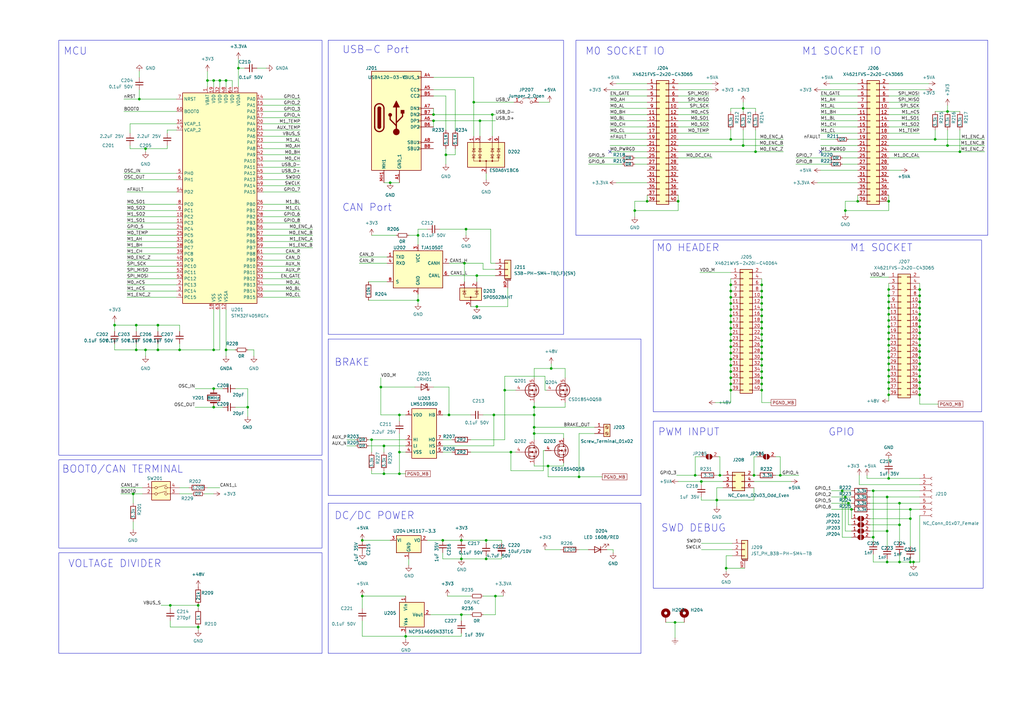
<source format=kicad_sch>
(kicad_sch (version 20230121) (generator eeschema)
  (paper "A3")
  (title_block (title "Q Motor Driver MB") (rev "1") (comment 1 "Drawn by: KHY"))
  (junction (at 312.42 129.54))
  (junction (at 364.49 159.385))
  (junction (at 312.42 116.84))
  (junction (at 312.42 139.7))
  (junction (at 219.075 167.005))
  (junction (at 364.49 146.685))
  (junction (at 224.79 191.135))
  (junction (at 46.99 133.35))
  (junction (at 299.72 119.38))
  (junction (at 195.58 125.73))
  (junction (at 358.14 201.295))
  (junction (at 196.85 49.53))
  (junction (at 299.72 137.16))
  (junction (at 346.71 203.835))
  (junction (at 345.44 201.295))
  (junction (at 312.42 121.92))
  (junction (at 160.02 74.93))
  (junction (at 55.88 143.51))
  (junction (at 377.19 121.285))
  (junction (at 295.275 194.945))
  (junction (at 294.005 205.105))
  (junction (at 90.17 33.02))
  (junction (at 304.8 44.45))
  (junction (at 364.49 118.745))
  (junction (at 364.49 149.225))
  (junction (at 364.49 121.285))
  (junction (at 199.39 229.235))
  (junction (at 368.935 230.505))
  (junction (at 299.72 116.84))
  (junction (at 364.49 154.305))
  (junction (at 377.19 131.445))
  (junction (at 349.25 208.915))
  (junction (at 166.37 260.985))
  (junction (at 312.42 127))
  (junction (at 373.38 208.915))
  (junction (at 364.49 136.525))
  (junction (at 309.88 62.23))
  (junction (at 87.63 159.385))
  (junction (at 377.19 123.825))
  (junction (at 181.61 221.615))
  (junction (at 157.48 194.31))
  (junction (at 374.65 230.505))
  (junction (at 351.79 82.55))
  (junction (at 364.49 156.845))
  (junction (at 85.09 33.02))
  (junction (at 377.19 126.365))
  (junction (at 312.42 144.78))
  (junction (at 312.42 119.38))
  (junction (at 299.72 57.15))
  (junction (at 299.72 139.7))
  (junction (at 299.72 160.02))
  (junction (at 388.62 59.69))
  (junction (at 346.71 86.36))
  (junction (at 297.815 233.045))
  (junction (at 373.38 212.725))
  (junction (at 364.49 128.905))
  (junction (at 377.19 154.305))
  (junction (at 299.72 149.86))
  (junction (at 377.19 128.905))
  (junction (at 312.42 137.16))
  (junction (at 219.075 175.26))
  (junction (at 276.86 255.27))
  (junction (at 189.23 221.615))
  (junction (at 364.49 126.365))
  (junction (at 388.62 45.72))
  (junction (at 285.115 194.945))
  (junction (at 87.63 33.02))
  (junction (at 364.49 123.825))
  (junction (at 163.83 185.42))
  (junction (at 226.06 151.13))
  (junction (at 368.935 206.375))
  (junction (at 265.43 82.55))
  (junction (at 377.19 136.525))
  (junction (at 299.72 129.54))
  (junction (at 377.19 133.985))
  (junction (at 364.49 131.445))
  (junction (at 278.13 82.55))
  (junction (at 377.19 141.605))
  (junction (at 87.63 167.005))
  (junction (at 312.42 152.4))
  (junction (at 299.72 134.62))
  (junction (at 201.93 46.99))
  (junction (at 171.45 96.52))
  (junction (at 364.49 196.215))
  (junction (at 73.66 143.51))
  (junction (at 92.71 143.51))
  (junction (at 299.72 144.78))
  (junction (at 209.55 185.42))
  (junction (at 299.72 124.46))
  (junction (at 364.49 133.985))
  (junction (at 194.31 41.91))
  (junction (at 87.63 143.51))
  (junction (at 304.8 59.69))
  (junction (at 199.39 221.615))
  (junction (at 377.19 118.745))
  (junction (at 312.42 157.48))
  (junction (at 299.72 142.24))
  (junction (at 358.14 220.345))
  (junction (at 92.71 33.02))
  (junction (at 207.01 160.02))
  (junction (at 299.72 154.94))
  (junction (at 312.42 147.32))
  (junction (at 312.42 132.08))
  (junction (at 156.21 158.75))
  (junction (at 97.79 27.94))
  (junction (at 363.855 203.835))
  (junction (at 347.98 206.375))
  (junction (at 312.42 160.02))
  (junction (at 393.7 62.23))
  (junction (at 59.69 143.51))
  (junction (at 57.15 40.64))
  (junction (at 377.19 139.065))
  (junction (at 64.77 143.51))
  (junction (at 309.245 194.945))
  (junction (at 163.83 170.18))
  (junction (at 299.72 127))
  (junction (at 55.88 133.35))
  (junction (at 364.49 141.605))
  (junction (at 219.075 177.8))
  (junction (at 171.45 123.19))
  (junction (at 163.83 194.31))
  (junction (at 320.04 194.945))
  (junction (at 152.4 180.34))
  (junction (at 299.72 121.92))
  (junction (at 363.855 217.805))
  (junction (at 59.69 60.96))
  (junction (at 184.15 170.18))
  (junction (at 287.655 197.485))
  (junction (at 364.49 144.145))
  (junction (at 368.935 215.265))
  (junction (at 377.19 149.225))
  (junction (at 364.49 82.55))
  (junction (at 299.72 152.4))
  (junction (at 312.42 124.46))
  (junction (at 377.19 159.385))
  (junction (at 312.42 154.94))
  (junction (at 189.23 229.235))
  (junction (at 299.72 147.32))
  (junction (at 177.8 49.53))
  (junction (at 191.135 93.98))
  (junction (at 364.49 151.765))
  (junction (at 377.19 161.925))
  (junction (at 203.2 244.475))
  (junction (at 148.59 221.615))
  (junction (at 260.35 86.36))
  (junction (at 101.6 167.005))
  (junction (at 364.49 161.925))
  (junction (at 81.28 257.175))
  (junction (at 377.19 151.765))
  (junction (at 312.42 142.24))
  (junction (at 377.19 144.145))
  (junction (at 190.5 107.95))
  (junction (at 195.58 113.03))
  (junction (at 69.85 248.285))
  (junction (at 299.72 157.48))
  (junction (at 202.565 170.18))
  (junction (at 312.42 149.86))
  (junction (at 157.48 182.88))
  (junction (at 312.42 134.62))
  (junction (at 54.61 202.565))
  (junction (at 64.77 133.35))
  (junction (at 177.8 46.99))
  (junction (at 383.54 57.15))
  (junction (at 364.49 139.065))
  (junction (at 373.38 230.505))
  (junction (at 237.49 195.58))
  (junction (at 377.19 146.685))
  (junction (at 363.855 230.505))
  (junction (at 189.23 252.095))
  (junction (at 81.28 248.285))
  (junction (at 182.88 63.5))
  (junction (at 299.72 132.08))
  (junction (at 219.075 170.18))
  (junction (at 377.19 156.845))
  (junction (at 148.59 244.475))
  (no_connect (at 336.55 62.23))
  (no_connect (at 250.19 62.23))
  (wire (pts (xy 189.23 229.235) (xy 189.23 226.695)))
  (wire (pts (xy 85.09 33.02) (xy 87.63 33.02)))
  (wire (pts (xy 364.49 144.145) (xy 364.49 146.685)))
  (wire (pts (xy 336.55 52.07) (xy 351.79 52.07)))
  (wire (pts (xy 312.42 114.3) (xy 312.42 116.84)))
  (wire (pts (xy 52.07 111.76) (xy 72.39 111.76)))
  (wire (pts (xy 278.13 34.29) (xy 292.1 34.29)))
  (wire (pts (xy 96.52 159.385) (xy 101.6 159.385)))
  (wire (pts (xy 364.49 131.445) (xy 364.49 133.985)))
  (wire (pts (xy 55.88 133.35) (xy 55.88 135.89)))
  (wire (pts (xy 223.52 225.425) (xy 229.87 225.425)))
  (wire (pts (xy 171.45 93.98) (xy 171.45 96.52)))
  (wire (pts (xy 205.74 222.885) (xy 205.74 221.615)))
  (wire (pts (xy 363.855 203.835) (xy 363.855 217.805)))
  (wire (pts (xy 265.43 80.01) (xy 265.43 82.55)))
  (wire (pts (xy 377.19 165.735) (xy 384.81 165.735)))
  (wire (pts (xy 358.14 201.295) (xy 377.19 201.295)))
  (wire (pts (xy 46.99 143.51) (xy 55.88 143.51)))
  (wire (pts (xy 177.8 44.45) (xy 177.8 46.99)))
  (wire (pts (xy 49.53 202.565) (xy 54.61 202.565)))
  (wire (pts (xy 203.2 244.475) (xy 206.375 244.475)))
  (wire (pts (xy 318.135 194.945) (xy 320.04 194.945)))
  (wire (pts (xy 316.23 165.1) (xy 312.42 165.1)))
  (wire (pts (xy 287.655 197.485) (xy 287.655 198.755)))
  (wire (pts (xy 250.19 44.45) (xy 265.43 44.45)))
  (wire (pts (xy 107.95 50.8) (xy 123.19 50.8)))
  (wire (pts (xy 68.58 60.96) (xy 59.69 60.96)))
  (wire (pts (xy 276.86 255.27) (xy 273.05 255.27)))
  (wire (pts (xy 364.49 46.99) (xy 377.19 46.99)))
  (wire (pts (xy 80.01 167.005) (xy 87.63 167.005)))
  (wire (pts (xy 156.21 170.18) (xy 163.83 170.18)))
  (wire (pts (xy 287.655 222.885) (xy 300.355 222.885)))
  (wire (pts (xy 142.24 180.34) (xy 146.05 180.34)))
  (wire (pts (xy 107.95 86.36) (xy 123.19 86.36)))
  (wire (pts (xy 295.275 187.325) (xy 295.275 194.945)))
  (wire (pts (xy 107.95 58.42) (xy 123.19 58.42)))
  (wire (pts (xy 373.38 208.915) (xy 377.19 208.915)))
  (wire (pts (xy 147.32 107.95) (xy 158.75 107.95)))
  (wire (pts (xy 167.64 96.52) (xy 171.45 96.52)))
  (wire (pts (xy 199.39 71.12) (xy 199.39 73.66)))
  (wire (pts (xy 107.95 73.66) (xy 123.19 73.66)))
  (wire (pts (xy 243.84 177.8) (xy 237.49 177.8)))
  (wire (pts (xy 107.95 111.76) (xy 123.19 111.76)))
  (wire (pts (xy 250.19 62.23) (xy 265.43 62.23)))
  (wire (pts (xy 364.49 36.83) (xy 379.73 36.83)))
  (wire (pts (xy 377.19 159.385) (xy 377.19 161.925)))
  (wire (pts (xy 189.23 252.095) (xy 189.23 254.635)))
  (wire (pts (xy 147.32 105.41) (xy 158.75 105.41)))
  (wire (pts (xy 96.52 167.005) (xy 101.6 167.005)))
  (wire (pts (xy 336.55 39.37) (xy 351.79 39.37)))
  (wire (pts (xy 151.13 115.57) (xy 158.75 115.57)))
  (wire (pts (xy 107.95 114.3) (xy 123.19 114.3)))
  (wire (pts (xy 297.815 233.045) (xy 297.815 234.315)))
  (wire (pts (xy 107.95 63.5) (xy 123.19 63.5)))
  (wire (pts (xy 220.98 41.91) (xy 225.425 41.91)))
  (wire (pts (xy 295.275 194.945) (xy 296.545 194.945)))
  (wire (pts (xy 278.13 39.37) (xy 290.83 39.37)))
  (wire (pts (xy 224.79 195.58) (xy 224.79 191.135)))
  (wire (pts (xy 356.87 212.725) (xy 373.38 212.725)))
  (wire (pts (xy 73.66 143.51) (xy 73.66 140.97)))
  (wire (pts (xy 90.17 33.02) (xy 92.71 33.02)))
  (wire (pts (xy 364.49 151.765) (xy 364.49 154.305)))
  (wire (pts (xy 364.49 136.525) (xy 364.49 139.065)))
  (wire (pts (xy 336.55 62.23) (xy 351.79 62.23)))
  (wire (pts (xy 151.13 180.34) (xy 152.4 180.34)))
  (wire (pts (xy 107.95 45.72) (xy 123.19 45.72)))
  (wire (pts (xy 299.72 139.7) (xy 299.72 142.24)))
  (wire (pts (xy 199.39 221.615) (xy 189.23 221.615)))
  (wire (pts (xy 312.42 149.86) (xy 312.42 152.4)))
  (wire (pts (xy 148.59 260.985) (xy 166.37 260.985)))
  (wire (pts (xy 297.815 227.965) (xy 297.815 233.045)))
  (wire (pts (xy 152.4 193.04) (xy 152.4 194.31)))
  (wire (pts (xy 351.79 80.01) (xy 351.79 82.55)))
  (wire (pts (xy 181.61 221.615) (xy 189.23 221.615)))
  (wire (pts (xy 373.38 230.505) (xy 373.38 229.235)))
  (wire (pts (xy 50.8 73.66) (xy 72.39 73.66)))
  (wire (pts (xy 278.13 46.99) (xy 290.83 46.99)))
  (wire (pts (xy 358.14 230.505) (xy 363.855 230.505)))
  (wire (pts (xy 219.075 190.5) (xy 219.075 191.135)))
  (wire (pts (xy 309.88 53.34) (xy 309.88 62.23)))
  (wire (pts (xy 320.04 187.325) (xy 320.04 194.945)))
  (wire (pts (xy 90.17 33.02) (xy 90.17 35.56)))
  (wire (pts (xy 198.12 252.095) (xy 203.2 252.095)))
  (wire (pts (xy 299.72 149.86) (xy 299.72 152.4)))
  (wire (pts (xy 320.04 194.945) (xy 327.66 194.945)))
  (wire (pts (xy 312.42 142.24) (xy 312.42 144.78)))
  (wire (pts (xy 157.48 74.93) (xy 160.02 74.93)))
  (wire (pts (xy 184.15 170.18) (xy 193.04 170.18)))
  (wire (pts (xy 107.95 68.58) (xy 123.19 68.58)))
  (wire (pts (xy 393.7 53.34) (xy 393.7 62.23)))
  (wire (pts (xy 223.52 160.02) (xy 224.155 160.02)))
  (wire (pts (xy 107.95 88.9) (xy 123.19 88.9)))
  (wire (pts (xy 54.61 202.565) (xy 54.61 206.375)))
  (wire (pts (xy 373.38 212.725) (xy 373.38 224.155)))
  (wire (pts (xy 347.98 57.15) (xy 351.79 57.15)))
  (wire (pts (xy 364.49 154.305) (xy 364.49 156.845)))
  (wire (pts (xy 184.15 158.75) (xy 184.15 170.18)))
  (wire (pts (xy 208.28 125.73) (xy 208.28 118.11)))
  (wire (pts (xy 199.39 227.965) (xy 199.39 229.235)))
  (wire (pts (xy 163.83 170.18) (xy 166.37 170.18)))
  (wire (pts (xy 66.04 248.285) (xy 69.85 248.285)))
  (wire (pts (xy 364.49 118.745) (xy 364.49 121.285)))
  (wire (pts (xy 250.19 39.37) (xy 265.43 39.37)))
  (wire (pts (xy 166.37 185.42) (xy 163.83 185.42)))
  (wire (pts (xy 368.935 215.265) (xy 368.935 222.25)))
  (wire (pts (xy 241.3 64.77) (xy 255.27 64.77)))
  (wire (pts (xy 53.34 60.96) (xy 59.69 60.96)))
  (wire (pts (xy 364.49 52.07) (xy 377.19 52.07)))
  (wire (pts (xy 184.15 113.03) (xy 195.58 113.03)))
  (wire (pts (xy 201.93 46.99) (xy 201.93 55.88)))
  (wire (pts (xy 377.19 141.605) (xy 377.19 144.145)))
  (wire (pts (xy 207.01 160.02) (xy 207.01 180.34)))
  (wire (pts (xy 241.3 67.31) (xy 255.27 67.31)))
  (wire (pts (xy 294.005 205.105) (xy 294.005 207.645)))
  (wire (pts (xy 160.02 74.93) (xy 163.83 74.93)))
  (wire (pts (xy 107.95 53.34) (xy 123.19 53.34)))
  (wire (pts (xy 151.13 123.19) (xy 171.45 123.19)))
  (wire (pts (xy 356.87 201.295) (xy 358.14 201.295)))
  (wire (pts (xy 68.58 59.69) (xy 68.58 60.96)))
  (wire (pts (xy 171.45 120.65) (xy 171.45 123.19)))
  (wire (pts (xy 312.42 116.84) (xy 312.42 119.38)))
  (wire (pts (xy 299.72 57.15) (xy 321.31 57.15)))
  (wire (pts (xy 219.075 165.1) (xy 219.075 167.005)))
  (wire (pts (xy 377.19 136.525) (xy 377.19 139.065)))
  (wire (pts (xy 299.72 114.3) (xy 299.72 116.84)))
  (wire (pts (xy 50.8 40.64) (xy 57.15 40.64)))
  (wire (pts (xy 285.115 187.325) (xy 285.115 194.945)))
  (wire (pts (xy 356.87 215.265) (xy 368.935 215.265)))
  (wire (pts (xy 107.95 116.84) (xy 123.19 116.84)))
  (wire (pts (xy 336.55 46.99) (xy 351.79 46.99)))
  (wire (pts (xy 304.8 44.45) (xy 299.72 44.45)))
  (wire (pts (xy 304.8 53.34) (xy 304.8 59.69)))
  (wire (pts (xy 312.42 147.32) (xy 312.42 149.86)))
  (wire (pts (xy 181.61 170.18) (xy 184.15 170.18)))
  (wire (pts (xy 193.04 185.42) (xy 209.55 185.42)))
  (wire (pts (xy 177.8 49.53) (xy 196.85 49.53)))
  (wire (pts (xy 97.79 27.94) (xy 97.79 35.56)))
  (wire (pts (xy 231.775 154.94) (xy 231.775 151.13)))
  (wire (pts (xy 364.49 80.01) (xy 364.49 82.55)))
  (wire (pts (xy 92.71 33.02) (xy 92.71 35.56)))
  (wire (pts (xy 373.38 208.915) (xy 373.38 212.725)))
  (wire (pts (xy 285.115 187.325) (xy 287.02 187.325)))
  (wire (pts (xy 260.35 82.55) (xy 260.35 86.36)))
  (wire (pts (xy 205.74 221.615) (xy 199.39 221.615)))
  (wire (pts (xy 54.61 213.995) (xy 54.61 217.17)))
  (wire (pts (xy 53.34 50.8) (xy 72.39 50.8)))
  (wire (pts (xy 151.13 182.88) (xy 157.48 182.88)))
  (wire (pts (xy 296.545 200.025) (xy 294.005 200.025)))
  (wire (pts (xy 377.19 123.825) (xy 377.19 126.365)))
  (wire (pts (xy 107.95 96.52) (xy 128.27 96.52)))
  (wire (pts (xy 92.71 143.51) (xy 92.71 146.05)))
  (wire (pts (xy 52.07 78.74) (xy 72.39 78.74)))
  (wire (pts (xy 364.49 156.845) (xy 364.49 159.385)))
  (wire (pts (xy 312.42 134.62) (xy 312.42 137.16)))
  (wire (pts (xy 231.775 151.13) (xy 226.06 151.13)))
  (wire (pts (xy 181.61 180.34) (xy 185.42 180.34)))
  (wire (pts (xy 183.515 244.475) (xy 193.04 244.475)))
  (wire (pts (xy 97.79 27.94) (xy 100.33 27.94)))
  (wire (pts (xy 336.55 41.91) (xy 351.79 41.91)))
  (wire (pts (xy 278.13 86.36) (xy 260.35 86.36)))
  (wire (pts (xy 278.13 82.55) (xy 278.13 86.36)))
  (wire (pts (xy 248.92 225.425) (xy 251.46 225.425)))
  (wire (pts (xy 177.8 49.53) (xy 177.8 52.07)))
  (wire (pts (xy 318.135 187.325) (xy 320.04 187.325)))
  (wire (pts (xy 57.15 36.83) (xy 57.15 40.64)))
  (wire (pts (xy 294.005 194.945) (xy 295.275 194.945)))
  (wire (pts (xy 299.72 142.24) (xy 299.72 144.78)))
  (wire (pts (xy 377.19 116.205) (xy 377.19 118.745)))
  (wire (pts (xy 368.935 206.375) (xy 377.19 206.375)))
  (wire (pts (xy 104.14 143.51) (xy 104.14 146.05)))
  (wire (pts (xy 163.83 185.42) (xy 163.83 194.31)))
  (wire (pts (xy 46.99 133.35) (xy 46.99 135.89)))
  (wire (pts (xy 250.19 49.53) (xy 265.43 49.53)))
  (wire (pts (xy 199.39 221.615) (xy 199.39 222.885)))
  (wire (pts (xy 107.95 83.82) (xy 123.19 83.82)))
  (wire (pts (xy 194.31 41.91) (xy 210.82 41.91)))
  (wire (pts (xy 252.73 34.29) (xy 265.43 34.29)))
  (wire (pts (xy 148.59 254.635) (xy 148.59 260.985)))
  (wire (pts (xy 182.88 53.34) (xy 182.88 39.37)))
  (wire (pts (xy 309.245 200.025) (xy 309.245 205.105)))
  (wire (pts (xy 59.69 143.51) (xy 59.69 146.05)))
  (wire (pts (xy 377.19 126.365) (xy 377.19 128.905)))
  (wire (pts (xy 345.44 220.345) (xy 345.44 201.295)))
  (wire (pts (xy 377.19 121.285) (xy 377.19 123.825)))
  (wire (pts (xy 345.44 64.77) (xy 351.79 64.77)))
  (wire (pts (xy 223.52 160.02) (xy 223.52 154.305)))
  (wire (pts (xy 223.52 184.785) (xy 222.885 184.785)))
  (wire (pts (xy 304.8 59.69) (xy 321.31 59.69)))
  (wire (pts (xy 181.61 182.88) (xy 202.565 182.88)))
  (wire (pts (xy 175.26 93.98) (xy 171.45 93.98)))
  (wire (pts (xy 352.425 194.945) (xy 352.425 198.755)))
  (wire (pts (xy 195.58 113.03) (xy 203.2 113.03)))
  (wire (pts (xy 300.355 227.965) (xy 297.815 227.965)))
  (wire (pts (xy 309.245 197.485) (xy 324.485 197.485)))
  (wire (pts (xy 340.995 203.835) (xy 346.71 203.835)))
  (wire (pts (xy 69.85 254.635) (xy 69.85 257.175)))
  (wire (pts (xy 364.49 121.285) (xy 364.49 123.825)))
  (wire (pts (xy 346.71 203.835) (xy 349.25 203.835)))
  (wire (pts (xy 68.58 53.34) (xy 68.58 54.61)))
  (wire (pts (xy 52.07 121.92) (xy 72.39 121.92)))
  (wire (pts (xy 50.8 45.72) (xy 72.39 45.72)))
  (wire (pts (xy 346.71 217.805) (xy 346.71 203.835)))
  (wire (pts (xy 198.12 110.49) (xy 203.2 110.49)))
  (wire (pts (xy 252.73 74.93) (xy 265.43 74.93)))
  (wire (pts (xy 383.54 45.72) (xy 388.62 45.72)))
  (wire (pts (xy 299.72 137.16) (xy 299.72 139.7)))
  (wire (pts (xy 97.79 24.13) (xy 97.79 27.94)))
  (wire (pts (xy 107.95 48.26) (xy 123.19 48.26)))
  (wire (pts (xy 364.49 123.825) (xy 364.49 126.365)))
  (wire (pts (xy 107.95 55.88) (xy 123.19 55.88)))
  (wire (pts (xy 278.13 44.45) (xy 290.83 44.45)))
  (wire (pts (xy 52.07 93.98) (xy 72.39 93.98)))
  (wire (pts (xy 364.49 126.365) (xy 364.49 128.905)))
  (wire (pts (xy 364.49 146.685) (xy 364.49 149.225)))
  (wire (pts (xy 64.77 143.51) (xy 73.66 143.51)))
  (wire (pts (xy 152.4 194.31) (xy 157.48 194.31)))
  (wire (pts (xy 299.72 127) (xy 299.72 129.54)))
  (wire (pts (xy 364.49 161.925) (xy 364.49 164.465)))
  (wire (pts (xy 278.13 64.77) (xy 292.1 64.77)))
  (wire (pts (xy 186.69 36.83) (xy 186.69 53.34)))
  (wire (pts (xy 85.09 200.025) (xy 90.17 200.025)))
  (wire (pts (xy 309.88 45.72) (xy 309.88 44.45)))
  (wire (pts (xy 148.59 221.615) (xy 160.02 221.615)))
  (wire (pts (xy 52.07 116.84) (xy 72.39 116.84)))
  (wire (pts (xy 73.66 135.89) (xy 73.66 133.35)))
  (wire (pts (xy 209.55 185.42) (xy 211.455 185.42)))
  (wire (pts (xy 364.49 141.605) (xy 364.49 144.145)))
  (wire (pts (xy 92.71 127) (xy 92.71 143.51)))
  (wire (pts (xy 73.66 133.35) (xy 64.77 133.35)))
  (wire (pts (xy 152.4 180.34) (xy 152.4 185.42)))
  (wire (pts (xy 52.07 88.9) (xy 72.39 88.9)))
  (wire (pts (xy 226.06 151.13) (xy 219.075 151.13)))
  (wire (pts (xy 309.88 62.23) (xy 321.31 62.23)))
  (wire (pts (xy 364.49 39.37) (xy 377.19 39.37)))
  (wire (pts (xy 64.77 140.97) (xy 64.77 143.51)))
  (wire (pts (xy 69.85 257.175) (xy 81.28 257.175)))
  (wire (pts (xy 199.39 229.235) (xy 189.23 229.235)))
  (wire (pts (xy 278.13 54.61) (xy 290.83 54.61)))
  (wire (pts (xy 231.14 189.865) (xy 231.14 191.135)))
  (wire (pts (xy 364.49 159.385) (xy 364.49 161.925)))
  (wire (pts (xy 299.72 134.62) (xy 299.72 137.16)))
  (wire (pts (xy 340.995 206.375) (xy 347.98 206.375)))
  (wire (pts (xy 219.075 175.26) (xy 219.075 177.8)))
  (wire (pts (xy 92.71 33.02) (xy 95.25 33.02)))
  (wire (pts (xy 107.95 101.6) (xy 128.27 101.6)))
  (wire (pts (xy 364.49 139.065) (xy 364.49 141.605)))
  (wire (pts (xy 52.07 96.52) (xy 72.39 96.52)))
  (wire (pts (xy 287.655 203.835) (xy 287.655 205.105)))
  (wire (pts (xy 260.35 67.31) (xy 265.43 67.31)))
  (wire (pts (xy 363.855 230.505) (xy 363.855 229.235)))
  (wire (pts (xy 207.01 180.34) (xy 193.04 180.34)))
  (wire (pts (xy 340.995 201.295) (xy 345.44 201.295)))
  (wire (pts (xy 364.49 64.77) (xy 377.19 64.77)))
  (wire (pts (xy 299.72 132.08) (xy 299.72 134.62)))
  (wire (pts (xy 346.71 86.36) (xy 346.71 87.63)))
  (wire (pts (xy 299.72 119.38) (xy 299.72 121.92)))
  (wire (pts (xy 237.49 225.425) (xy 241.3 225.425)))
  (wire (pts (xy 231.14 177.8) (xy 219.075 177.8)))
  (wire (pts (xy 299.72 152.4) (xy 299.72 154.94)))
  (wire (pts (xy 335.28 74.93) (xy 351.79 74.93)))
  (wire (pts (xy 64.77 133.35) (xy 55.88 133.35)))
  (wire (pts (xy 87.63 167.005) (xy 91.44 167.005)))
  (wire (pts (xy 87.63 143.51) (xy 73.66 143.51)))
  (wire (pts (xy 176.53 252.095) (xy 189.23 252.095)))
  (wire (pts (xy 336.55 54.61) (xy 351.79 54.61)))
  (wire (pts (xy 83.82 202.565) (xy 87.63 202.565)))
  (wire (pts (xy 182.88 60.96) (xy 182.88 63.5)))
  (wire (pts (xy 340.36 34.29) (xy 351.79 34.29)))
  (wire (pts (xy 237.49 195.58) (xy 247.015 195.58)))
  (wire (pts (xy 231.775 167.005) (xy 219.075 167.005)))
  (wire (pts (xy 52.07 101.6) (xy 72.39 101.6)))
  (wire (pts (xy 107.95 43.18) (xy 123.19 43.18)))
  (wire (pts (xy 265.43 82.55) (xy 260.35 82.55)))
  (wire (pts (xy 364.49 149.225) (xy 364.49 151.765)))
  (wire (pts (xy 52.07 106.68) (xy 72.39 106.68)))
  (wire (pts (xy 364.49 128.905) (xy 364.49 131.445)))
  (wire (pts (xy 299.72 154.94) (xy 299.72 157.48)))
  (wire (pts (xy 198.12 244.475) (xy 203.2 244.475)))
  (wire (pts (xy 87.63 127) (xy 87.63 143.51)))
  (wire (pts (xy 388.62 45.72) (xy 393.7 45.72)))
  (wire (pts (xy 393.7 62.23) (xy 403.86 62.23)))
  (wire (pts (xy 95.25 33.02) (xy 95.25 35.56)))
  (wire (pts (xy 312.42 124.46) (xy 312.42 127)))
  (wire (pts (xy 202.565 170.18) (xy 198.12 170.18)))
  (wire (pts (xy 142.24 182.88) (xy 146.05 182.88)))
  (wire (pts (xy 107.95 71.12) (xy 123.19 71.12)))
  (wire (pts (xy 336.55 49.53) (xy 351.79 49.53)))
  (wire (pts (xy 163.83 172.72) (xy 163.83 170.18)))
  (wire (pts (xy 177.8 46.99) (xy 201.93 46.99)))
  (wire (pts (xy 219.075 170.18) (xy 219.075 175.26)))
  (wire (pts (xy 377.19 146.685) (xy 377.19 149.225)))
  (wire (pts (xy 309.245 205.105) (xy 294.005 205.105)))
  (wire (pts (xy 312.42 154.94) (xy 312.42 157.48)))
  (wire (pts (xy 59.69 60.96) (xy 59.69 62.23)))
  (wire (pts (xy 364.49 44.45) (xy 377.19 44.45)))
  (wire (pts (xy 107.95 109.22) (xy 123.19 109.22)))
  (wire (pts (xy 193.04 125.73) (xy 195.58 125.73)))
  (wire (pts (xy 177.8 31.75) (xy 194.31 31.75)))
  (wire (pts (xy 46.99 140.97) (xy 46.99 143.51)))
  (wire (pts (xy 377.19 211.455) (xy 377.19 230.505)))
  (wire (pts (xy 163.83 194.31) (xy 166.37 194.31)))
  (wire (pts (xy 377.19 161.925) (xy 377.19 165.735)))
  (wire (pts (xy 92.71 143.51) (xy 96.52 143.51)))
  (wire (pts (xy 107.95 104.14) (xy 123.19 104.14)))
  (wire (pts (xy 250.19 54.61) (xy 265.43 54.61)))
  (wire (pts (xy 345.44 201.295) (xy 349.25 201.295)))
  (wire (pts (xy 55.88 143.51) (xy 59.69 143.51)))
  (wire (pts (xy 107.95 66.04) (xy 123.19 66.04)))
  (wire (pts (xy 57.15 40.64) (xy 72.39 40.64)))
  (wire (pts (xy 191.135 93.98) (xy 191.135 96.52)))
  (wire (pts (xy 299.72 124.46) (xy 299.72 127)))
  (wire (pts (xy 355.6 196.215) (xy 364.49 196.215)))
  (wire (pts (xy 278.13 80.01) (xy 278.13 82.55)))
  (wire (pts (xy 377.19 230.505) (xy 374.65 230.505)))
  (wire (pts (xy 364.49 41.91) (xy 377.19 41.91)))
  (wire (pts (xy 310.515 187.325) (xy 309.245 187.325)))
  (wire (pts (xy 107.95 60.96) (xy 123.19 60.96)))
  (wire (pts (xy 189.23 260.985) (xy 189.23 259.715)))
  (wire (pts (xy 205.74 227.965) (xy 205.74 229.235)))
  (wire (pts (xy 383.54 57.15) (xy 403.86 57.15)))
  (wire (pts (xy 364.49 82.55) (xy 364.49 86.36)))
  (wire (pts (xy 196.85 49.53) (xy 203.2 49.53)))
  (wire (pts (xy 52.07 104.14) (xy 72.39 104.14)))
  (wire (pts (xy 364.49 49.53) (xy 377.19 49.53)))
  (wire (pts (xy 101.6 143.51) (xy 104.14 143.51)))
  (wire (pts (xy 250.19 59.69) (xy 265.43 59.69)))
  (wire (pts (xy 299.72 121.92) (xy 299.72 124.46)))
  (wire (pts (xy 349.25 217.805) (xy 346.71 217.805)))
  (wire (pts (xy 347.98 215.265) (xy 347.98 206.375)))
  (wire (pts (xy 336.55 59.69) (xy 351.79 59.69)))
  (wire (pts (xy 349.25 215.265) (xy 347.98 215.265)))
  (wire (pts (xy 312.42 157.48) (xy 312.42 160.02)))
  (wire (pts (xy 277.495 194.945) (xy 285.115 194.945)))
  (wire (pts (xy 90.17 143.51) (xy 87.63 143.51)))
  (wire (pts (xy 388.62 45.72) (xy 388.62 43.18)))
  (wire (pts (xy 363.855 230.505) (xy 368.935 230.505)))
  (wire (pts (xy 312.42 152.4) (xy 312.42 154.94)))
  (wire (pts (xy 156.21 154.94) (xy 156.21 158.75)))
  (wire (pts (xy 196.85 49.53) (xy 196.85 55.88)))
  (wire (pts (xy 345.44 67.31) (xy 351.79 67.31)))
  (wire (pts (xy 49.53 200.025) (xy 58.42 200.025)))
  (wire (pts (xy 107.95 93.98) (xy 128.27 93.98)))
  (wire (pts (xy 53.34 59.69) (xy 53.34 60.96)))
  (wire (pts (xy 260.35 86.36) (xy 260.35 88.9)))
  (wire (pts (xy 347.98 206.375) (xy 349.25 206.375)))
  (wire (pts (xy 55.88 133.35) (xy 46.99 133.35)))
  (wire (pts (xy 356.87 217.805) (xy 363.855 217.805)))
  (wire (pts (xy 222.885 184.785) (xy 222.885 193.04)))
  (wire (pts (xy 222.885 193.04) (xy 209.55 193.04)))
  (wire (pts (xy 69.85 249.555) (xy 69.85 248.285)))
  (wire (pts (xy 87.63 159.385) (xy 91.44 159.385)))
  (wire (pts (xy 287.655 197.485) (xy 296.545 197.485)))
  (wire (pts (xy 184.15 107.95) (xy 190.5 107.95)))
  (wire (pts (xy 312.42 165.1) (xy 312.42 160.02)))
  (wire (pts (xy 69.85 248.285) (xy 81.28 248.285)))
  (wire (pts (xy 219.075 175.26) (xy 243.84 175.26)))
  (wire (pts (xy 107.95 76.2) (xy 123.19 76.2)))
  (wire (pts (xy 364.49 62.23) (xy 393.7 62.23)))
  (wire (pts (xy 182.88 63.5) (xy 182.88 67.31)))
  (wire (pts (xy 356.87 113.665) (xy 364.49 113.665)))
  (wire (pts (xy 368.935 206.375) (xy 368.935 215.265)))
  (wire (pts (xy 299.72 165.1) (xy 299.72 160.02)))
  (wire (pts (xy 186.69 60.96) (xy 186.69 63.5)))
  (wire (pts (xy 358.14 230.505) (xy 358.14 227.33)))
  (wire (pts (xy 177.8 158.75) (xy 184.15 158.75)))
  (wire (pts (xy 80.01 159.385) (xy 87.63 159.385)))
  (wire (pts (xy 226.06 149.225) (xy 226.06 151.13)))
  (wire (pts (xy 364.49 133.985) (xy 364.49 136.525)))
  (wire (pts (xy 312.42 119.38) (xy 312.42 121.92)))
  (wire (pts (xy 157.48 193.04) (xy 157.48 194.31)))
  (wire (pts (xy 346.71 82.55) (xy 346.71 86.36)))
  (wire (pts (xy 278.13 41.91) (xy 290.83 41.91)))
  (wire (pts (xy 336.55 36.83) (xy 351.79 36.83)))
  (wire (pts (xy 52.07 86.36) (xy 72.39 86.36)))
  (wire (pts (xy 297.815 233.045) (xy 305.435 233.045)))
  (wire (pts (xy 107.95 119.38) (xy 123.19 119.38)))
  (wire (pts (xy 299.72 53.34) (xy 299.72 57.15)))
  (wire (pts (xy 276.86 255.27) (xy 280.67 255.27)))
  (wire (pts (xy 299.72 157.48) (xy 299.72 160.02)))
  (wire (pts (xy 304.8 41.91) (xy 304.8 44.45)))
  (wire (pts (xy 250.19 52.07) (xy 265.43 52.07)))
  (wire (pts (xy 107.95 40.64) (xy 123.19 40.64)))
  (wire (pts (xy 64.77 133.35) (xy 64.77 135.89)))
  (wire (pts (xy 374.65 231.14) (xy 374.65 230.505)))
  (wire (pts (xy 224.79 191.135) (xy 219.075 191.135)))
  (wire (pts (xy 278.13 197.485) (xy 287.655 197.485)))
  (wire (pts (xy 364.49 54.61) (xy 377.19 54.61)))
  (wire (pts (xy 285.115 194.945) (xy 286.385 194.945)))
  (wire (pts (xy 363.855 217.805) (xy 363.855 224.155)))
  (wire (pts (xy 312.42 132.08) (xy 312.42 134.62)))
  (wire (pts (xy 182.88 39.37) (xy 177.8 39.37)))
  (wire (pts (xy 287.655 225.425) (xy 300.355 225.425)))
  (wire (pts (xy 231.775 165.1) (xy 231.775 167.005)))
  (wire (pts (xy 250.19 57.15) (xy 265.43 57.15)))
  (wire (pts (xy 219.075 151.13) (xy 219.075 154.94)))
  (wire (pts (xy 294.64 187.325) (xy 295.275 187.325)))
  (wire (pts (xy 377.19 154.305) (xy 377.19 156.845)))
  (wire (pts (xy 364.49 194.31) (xy 364.49 196.215)))
  (wire (pts (xy 50.8 71.12) (xy 72.39 71.12)))
  (wire (pts (xy 356.87 208.915) (xy 373.38 208.915)))
  (wire (pts (xy 231.14 191.135) (xy 224.79 191.135)))
  (wire (pts (xy 81.28 248.285) (xy 81.28 249.555)))
  (wire (pts (xy 309.245 194.945) (xy 310.515 194.945)))
  (wire (pts (xy 152.4 180.34) (xy 166.37 180.34)))
  (wire (pts (xy 278.13 57.15) (xy 299.72 57.15)))
  (wire (pts (xy 355.6 194.945) (xy 355.6 196.215)))
  (wire (pts (xy 156.21 158.75) (xy 156.21 170.18)))
  (wire (pts (xy 364.49 69.85) (xy 369.57 69.85)))
  (wire (pts (xy 170.18 158.75) (xy 156.21 158.75)))
  (wire (pts (xy 219.075 167.005) (xy 219.075 170.18)))
  (wire (pts (xy 349.25 212.725) (xy 349.25 208.915)))
  (wire (pts (xy 358.14 201.295) (xy 358.14 220.345)))
  (wire (pts (xy 377.19 128.905) (xy 377.19 131.445)))
  (wire (pts (xy 250.19 36.83) (xy 265.43 36.83)))
  (wire (pts (xy 81.28 257.175) (xy 81.28 258.445)))
  (wire (pts (xy 181.61 185.42) (xy 185.42 185.42)))
  (wire (pts (xy 364.49 57.15) (xy 383.54 57.15)))
  (wire (pts (xy 167.64 229.235) (xy 167.64 231.775)))
  (wire (pts (xy 312.42 121.92) (xy 312.42 124.46)))
  (wire (pts (xy 201.295 107.95) (xy 201.295 93.98)))
  (wire (pts (xy 377.19 133.985) (xy 377.19 136.525)))
  (wire (pts (xy 377.19 156.845) (xy 377.19 159.385)))
  (wire (pts (xy 278.13 49.53) (xy 290.83 49.53)))
  (wire (pts (xy 107.95 91.44) (xy 123.19 91.44)))
  (wire (pts (xy 85.09 29.21) (xy 85.09 33.02)))
  (wire (pts (xy 388.62 59.69) (xy 403.86 59.69)))
  (wire (pts (xy 250.19 41.91) (xy 265.43 41.91)))
  (wire (pts (xy 223.52 154.305) (xy 207.01 154.305)))
  (wire (pts (xy 237.49 195.58) (xy 224.79 195.58)))
  (wire (pts (xy 356.87 206.375) (xy 368.935 206.375)))
  (wire (pts (xy 157.48 194.31) (xy 163.83 194.31)))
  (wire (pts (xy 336.55 57.15) (xy 342.9 57.15)))
  (wire (pts (xy 101.6 167.005) (xy 101.6 170.815)))
  (wire (pts (xy 52.07 99.06) (xy 72.39 99.06)))
  (wire (pts (xy 299.72 116.84) (xy 299.72 119.38)))
  (wire (pts (xy 368.935 230.505) (xy 368.935 227.33)))
  (wire (pts (xy 309.88 44.45) (xy 304.8 44.45)))
  (wire (pts (xy 304.8 44.45) (xy 304.8 45.72)))
  (wire (pts (xy 157.48 182.88) (xy 157.48 185.42)))
  (wire (pts (xy 186.69 63.5) (xy 182.88 63.5)))
  (wire (pts (xy 87.63 33.02) (xy 87.63 35.56)))
  (wire (pts (xy 90.17 127) (xy 90.17 143.51)))
  (wire (pts (xy 349.25 220.345) (xy 345.44 220.345)))
  (wire (pts (xy 377.19 149.225) (xy 377.19 151.765)))
  (wire (pts (xy 52.07 91.44) (xy 72.39 91.44)))
  (wire (pts (xy 202.565 170.18) (xy 202.565 182.88)))
  (wire (pts (xy 278.13 59.69) (xy 304.8 59.69)))
  (wire (pts (xy 72.39 53.34) (xy 68.58 53.34)))
  (wire (pts (xy 368.935 230.505) (xy 373.38 230.505)))
  (wire (pts (xy 377.19 144.145) (xy 377.19 146.685)))
  (wire (pts (xy 326.39 67.31) (xy 340.36 67.31)))
  (wire (pts (xy 55.88 140.97) (xy 55.88 143.51)))
  (wire (pts (xy 195.58 125.73) (xy 208.28 125.73)))
  (wire (pts (xy 294.005 200.025) (xy 294.005 205.105)))
  (wire (pts (xy 287.02 111.76) (xy 299.72 111.76)))
  (wire (pts (xy 107.95 121.92) (xy 123.19 121.92)))
  (wire (pts (xy 52.07 83.82) (xy 72.39 83.82)))
  (wire (pts (xy 351.79 82.55) (xy 346.71 82.55)))
  (wire (pts (xy 364.49 59.69) (xy 388.62 59.69)))
  (wire (pts (xy 364.49 196.215) (xy 377.19 196.215)))
  (wire (pts (xy 363.855 203.835) (xy 377.19 203.835)))
  (wire (pts (xy 180.34 93.98) (xy 191.135 93.98)))
  (wire (pts (xy 312.42 129.54) (xy 312.42 132.08)))
  (wire (pts (xy 52.07 114.3) (xy 72.39 114.3)))
  (wire (pts (xy 364.49 34.29) (xy 381 34.29)))
  (wire (pts (xy 157.48 182.88) (xy 166.37 182.88)))
  (wire (pts (xy 293.37 165.1) (xy 299.72 165.1)))
  (wire (pts (xy 107.95 106.68) (xy 123.19 106.68)))
  (wire (pts (xy 194.31 31.75) (xy 194.31 41.91)))
  (wire (pts (xy 166.37 259.715) (xy 166.37 260.985)))
  (wire (pts (xy 73.66 200.025) (xy 77.47 200.025)))
  (wire (pts (xy 336.55 69.85) (xy 351.79 69.85)))
  (wire (pts (xy 205.74 229.235) (xy 199.39 229.235)))
  (wire (pts (xy 148.59 244.475) (xy 148.59 249.555)))
  (wire (pts (xy 152.4 96.52) (xy 162.56 96.52)))
  (wire (pts (xy 171.45 124.46) (xy 171.45 123.19)))
  (wire (pts (xy 46.99 132.08) (xy 46.99 133.35)))
  (wire (pts (xy 336.55 44.45) (xy 351.79 44.45)))
  (wire (pts (xy 299.72 144.78) (xy 299.72 147.32)))
  (wire (pts (xy 101.6 159.385) (xy 101.6 167.005)))
  (wire (pts (xy 195.58 113.03) (xy 195.58 115.57)))
  (wire (pts (xy 299.72 147.32) (xy 299.72 149.86)))
  (wire (pts (xy 52.07 119.38) (xy 72.39 119.38)))
  (wire (pts (xy 54.61 202.565) (xy 58.42 202.565)))
  (wire (pts (xy 190.5 107.95) (xy 190.5 115.57)))
  (wire (pts (xy 166.37 260.985) (xy 189.23 260.985)))
  (wire (pts (xy 207.01 160.02) (xy 211.455 160.02)))
  (wire (pts (xy 201.93 46.99) (xy 203.2 46.99)))
  (wire (pts (xy 251.46 225.425) (xy 251.46 226.695)))
  (wire (pts (xy 202.565 170.18) (xy 219.075 170.18)))
  (wire (pts (xy 377.19 151.765) (xy 377.19 154.305)))
  (wire (pts (xy 203.2 107.95) (xy 201.295 107.95)))
  (wire (pts (xy 377.19 139.065) (xy 377.19 141.605)))
  (wire (pts (xy 278.13 36.83) (xy 292.1 36.83)))
  (wire (pts (xy 203.2 252.095) (xy 203.2 244.475)))
  (wire (pts (xy 312.42 139.7) (xy 312.42 142.24)))
  (wire (pts (xy 57.15 29.21) (xy 57.15 31.75)))
  (wire (pts (xy 181.61 229.235) (xy 189.23 229.235)))
  (wire (pts (xy 163.83 177.8) (xy 163.83 185.42)))
  (wire (pts (xy 171.45 96.52) (xy 171.45 100.33)))
  (wire (pts (xy 312.42 144.78) (xy 312.42 147.32)))
  (wire (pts (xy 105.41 27.94) (xy 109.22 27.94)))
  (wire (pts (xy 175.26 221.615) (xy 181.61 221.615)))
  (wire (pts (xy 189.23 252.095) (xy 193.04 252.095)))
  (wire (pts (xy 177.8 36.83) (xy 186.69 36.83)))
  (wire (pts (xy 383.54 53.34) (xy 383.54 57.15)))
  (wire (pts (xy 299.72 129.54) (xy 299.72 132.08)))
  (wire (pts (xy 326.39 64.77) (xy 340.36 64.77)))
  (wire (pts (xy 85.09 33.02) (xy 85.09 35.56)))
  (wire (pts (xy 53.34 50.8) (xy 53.34 54.61)))
  (wire (pts (xy 73.66 202.565) (xy 78.74 202.565)))
  (wire (pts (xy 107.95 99.06) (xy 128.27 99.06)))
  (wire (pts (xy 278.13 62.23) (xy 309.88 62.23)))
  (wire (pts (xy 364.49 116.205) (xy 364.49 118.745)))
  (wire (pts (xy 194.31 41.91) (xy 194.31 55.88)))
  (wire (pts (xy 356.87 220.345) (xy 358.14 220.345)))
  (wire (pts (xy 87.63 33.02) (xy 90.17 33.02)))
  (wire (pts (xy 377.19 131.445) (xy 377.19 133.985)))
  (wire (pts (xy 340.995 208.915) (xy 349.25 208.915)))
  (wire (pts (xy 364.49 187.96) (xy 364.49 189.23)))
  (wire (pts (xy 148.59 244.475) (xy 166.37 244.475)))
  (wire (pts (xy 358.14 220.345) (xy 358.14 222.25)))
  (wire (pts (xy 166.37 260.985) (xy 166.37 262.255)))
  (wire (pts (xy 309.245 187.325) (xy 309.245 194.945)))
  (wire (pts (xy 198.12 107.95) (xy 198.12 110.49)))
  (wire (pts (xy 231.14 179.705) (xy 231.14 177.8)))
  (wire (pts (xy 209.55 193.04) (xy 209.55 185.42)))
  (wire (pts (xy 352.425 198.755) (xy 377.19 198.755)))
  (wire (pts (xy 260.35 64.77) (xy 265.43 64.77)))
  (wire (pts (xy 207.01 154.305) (xy 207.01 160.02)))
  (wire (pts (xy 250.19 46.99) (xy 265.43 46.99)))
  (wire (pts (xy 356.87 203.835) (xy 363.855 203.835)))
  (wire (pts (xy 278.13 52.07) (xy 290.83 52.07)))
  (wire (pts (xy 52.07 109.22) (xy 72.39 109.22)))
  (wire (pts (xy 377.19 118.745) (xy 377.19 121.285)))
  (wire (pts (xy 312.42 127) (xy 312.42 129.54)))
  (wire (pts (xy 237.49 177.8) (xy 237.49 195.58)))
  (wire (pts (xy 276.86 255.27) (xy 276.86 261.62)))
  (wire (pts (xy 107.95 78.74) (xy 123.19 78.74)))
  (wire (pts (xy 181.61 226.695) (xy 181.61 229.235)))
  (wire (pts (xy 364.49 86.36) (xy 346.71 86.36)))
  (wire (pts (xy 287.655 205.105) (xy 294.005 205.105)))
  (wire (pts (xy 373.38 230.505) (xy 374.65 230.505)))
  (wire (pts (xy 312.42 137.16) (xy 312.42 139.7)))
  (wire (pts (xy 299.72 44.45) (xy 299.72 45.72)))
  (wire (pts (xy 219.075 177.8) (xy 219.075 180.34)))
  (wire (pts (xy 59.69 143.51) (xy 64.77 143.51)))
  (wire (pts (xy 201.295 93.98) (xy 191.135 93.98)))
  (wire (pts (xy 388.62 53.34) (xy 388.62 59.69)))
  (wire (pts (xy 190.5 107.95) (xy 198.12 107.95)))
  (rectangle (start 24.13 16.51) (end 132.08 186.69))
  (rectangle (start 134.62 139.065) (end 262.89 203.2))
  (rectangle (start 236.22 16.51) (end 405.13 96.52))
  (rectangle (start 24.13 226.695) (end 132.08 267.97))
  (rectangle (start 24.13 188.595) (end 132.08 224.79))
  (rectangle (start 134.62 206.375) (end 262.89 267.97))
  (rectangle (start 267.97 172.72) (end 403.225 241.3))
  (rectangle (start 134.62 16.51) (end 231.14 137.16))
  (rectangle (start 267.97 98.425) (end 402.59 168.91))
  (text "DC/DC POWER" (at 137.16 213.36 0) (effects (font (size 3 3)) (justify left bottom)))
  (text "GPIO" (at 339.725 179.07 0) (effects (font (size 3 3)) (justify left bottom)))
  (text "MCU" (at 26.035 22.86 0) (effects (font (size 3 3)) (justify left bottom)))
  (text "PWM INPUT" (at 269.875 179.07 0) (effects (font (size 3 3)) (justify left bottom)))
  (text "BRAKE" (at 137.16 150.495 0) (effects (font (size 3 3)) (justify left bottom)))
  (text "M0 SOCKET IO" (at 240.03 22.86 0) (effects (font (size 3 3)) (justify left bottom)))
  (text "SWD DEBUG" (at 271.145 218.44 0) (effects (font (size 3 3)) (justify left bottom)))
  (text "M1 SOCKET" (at 348.615 103.505 0) (effects (font (size 3 3)) (justify left bottom)))
  (text "USB-C Port" (at 140.335 22.225 0) (effects (font (size 3 3)) (justify left bottom)))
  (text "M1 SOCKET IO" (at 328.93 22.86 0) (effects (font (size 3 3)) (justify left bottom)))
  (text "VOLTAGE DIVIDER" (at 27.94 233.045 0) (effects (font (size 3 3)) (justify left bottom)))
  (text "BOOT0/CAN TERMINAL" (at 25.4 194.31 0) (effects (font (size 3 3)) (justify left bottom)))
  (text "M0 HEADER" (at 269.24 103.505 0) (effects (font (size 3 3)) (justify left bottom)))
  (text "CAN Port" (at 140.335 86.995 0) (effects (font (size 3 3)) (justify left bottom)))
  (label "USB_V" (at 203.2 41.91 0))
  (label "M0_AH" (at 123.19 60.96 180))
  (label "GPIO_2" (at 123.19 43.18 180))
  (label "USB_D+" (at 203.2 49.53 0))
  (label "M1_nCS" (at 377.19 46.99 180))
  (label "M1_TEMP" (at 377.19 54.61 180))
  (label "VBUS_S" (at 123.19 55.88 180))
  (label "M1_BL" (at 336.55 49.53 0))
  (label "SPI_SCK" (at 290.83 44.45 180))
  (label "GPIO_5" (at 241.3 64.77 0))
  (label "M0_ENC_A" (at 128.27 93.98 180))
  (label "M0_SO1" (at 52.07 83.82 0))
  (label "M1_SO2" (at 377.19 52.07 180))
  (label "M0_SO1" (at 290.83 49.53 180))
  (label "AUX_P" (at 123.19 111.76 180))
  (label "M0_nCS" (at 290.83 46.99 180))
  (label "USB_D-" (at 123.19 68.58 180))
  (label "SPI_MISO" (at 377.19 41.91 180))
  (label "M1_ENC_A" (at 128.27 99.06 180))
  (label "AUX_P" (at 142.24 180.34 180))
  (label "M1_DC_CAL" (at 377.19 64.77 180))
  (label "BRAKE_OUT" (at 231.14 175.26 0))
  (label "GPIO_5" (at 340.995 206.375 180))
  (label "GPIO_6" (at 123.19 88.9 180))
  (label "SPI_MOSI" (at 52.07 114.3 0))
  (label "CAN1_H" (at 49.53 200.025 0))
  (label "GPIO_3" (at 277.495 194.945 180))
  (label "VDD_M" (at 287.02 111.76 0))
  (label "CAN_D" (at 147.32 105.41 0))
  (label "M0_ENC_A" (at 321.31 57.15 180))
  (label "SPI_MOSI" (at 290.83 39.37 180))
  (label "GPIO_7" (at 326.39 64.77 0))
  (label "M1_AL" (at 336.55 44.45 0))
  (label "M0_nCS" (at 52.07 116.84 0))
  (label "GPIO_8" (at 123.19 91.44 180))
  (label "M0_BL" (at 123.19 119.38 180))
  (label "nFAULT" (at 336.55 57.15 180))
  (label "M0_PWRGD" (at 250.19 62.23 0))
  (label "M1_SO1" (at 52.07 91.44 0))
  (label "AUX_TEMP" (at 123.19 53.34 180))
  (label "AUX_N" (at 123.19 109.22 180))
  (label "nRST" (at 50.8 40.64 0))
  (label "BOOT0" (at 50.8 45.72 0))
  (label "EN_GATE" (at 123.19 114.3 180))
  (label "M0_ENC_B" (at 128.27 96.52 180))
  (label "GPIO_5" (at 52.07 93.98 0))
  (label "M1_nCS" (at 52.07 119.38 0))
  (label "M0_AH" (at 250.19 41.91 0))
  (label "OSC_IN" (at 50.8 71.12 0))
  (label "M1_CH" (at 52.07 104.14 0))
  (label "GPIO_4" (at 123.19 48.26 180))
  (label "CAN_D" (at 123.19 106.68 180))
  (label "M0_AL" (at 250.19 44.45 0))
  (label "M0_TEMP" (at 290.83 54.61 180))
  (label "SWCLK" (at 123.19 76.2 180))
  (label "EN_GATE" (at 250.19 39.37 0))
  (label "M1_AH" (at 336.55 41.91 0))
  (label "M0_SO2" (at 290.83 52.07 180))
  (label "SWCLK" (at 287.655 225.425 180))
  (label "M1_TEMP" (at 123.19 50.8 180))
  (label "M1_CL" (at 123.19 86.36 180))
  (label "GPIO_1" (at 340.995 201.295 180))
  (label "VBUS_S" (at 66.04 248.285 180))
  (label "M1_AH" (at 52.07 99.06 0))
  (label "BOOT0" (at 49.53 202.565 0))
  (label "SPI_MISO" (at 290.83 41.91 180))
  (label "M0_BL" (at 250.19 49.53 0))
  (label "SPI_MISO" (at 52.07 111.76 0))
  (label "GPIO_6" (at 241.3 67.31 0))
  (label "GPIO_4" (at 327.66 194.945 180))
  (label "VDD_M" (at 356.87 113.665 0))
  (label "M1_CH" (at 336.55 52.07 0))
  (label "OSC_IN" (at 80.01 159.385 180))
  (label "M0_CL" (at 123.19 121.92 180))
  (label "SWDIO" (at 287.655 222.885 180))
  (label "GPIO_1" (at 123.19 40.64 180))
  (label "GPIO_8" (at 326.39 67.31 0))
  (label "M1_CL" (at 336.55 54.61 0))
  (label "M0_ENC_B" (at 321.31 59.69 180))
  (label "M1_ENC_A" (at 403.86 57.15 180))
  (label "M1_AL" (at 123.19 58.42 180))
  (label "CAN1_L" (at 90.17 200.025 0))
  (label "M1_ENC_Z" (at 52.07 121.92 0))
  (label "M0_CL" (at 250.19 54.61 0))
  (label "M1_BH" (at 336.55 46.99 0))
  (label "M1_ENC_Z" (at 403.86 62.23 180))
  (label "EN_GATE" (at 336.55 39.37 0))
  (label "OSC_OUT" (at 80.01 167.005 180))
  (label "USB_D-" (at 203.2 46.99 0))
  (label "nFAULT" (at 250.19 57.15 0))
  (label "M1_ENC_B" (at 128.27 101.6 180))
  (label "M1_BL" (at 123.19 83.82 180))
  (label "SPI_SCK" (at 52.07 109.22 0))
  (label "M1_BH" (at 52.07 101.6 0))
  (label "M0_CH" (at 250.19 52.07 0))
  (label "M1_ENC_B" (at 403.86 59.69 180))
  (label "CAN_R" (at 147.32 107.95 0))
  (label "GPIO_6" (at 340.995 208.915 180))
  (label "M0_TEMP" (at 52.07 96.52 0))
  (label "GPIO_2" (at 340.995 203.835 180))
  (label "OSC_OUT" (at 50.8 73.66 0))
  (label "M0_AL" (at 123.19 116.84 180))
  (label "AUX_N" (at 142.24 182.88 180))
  (label "USB_D+" (at 123.19 71.12 180))
  (label "M0_BH" (at 250.19 46.99 0))
  (label "CAN1_L" (at 191.77 113.03 180))
  (label "SPI_MOSI" (at 377.19 39.37 180))
  (label "M1_SO2" (at 52.07 88.9 0))
  (label "M0_SO2" (at 52.07 86.36 0))
  (label "SPI_SCK" (at 377.19 44.45 180))
  (label "M0_ENC_Z" (at 52.07 106.68 0))
  (label "VDD_M" (at 156.21 154.94 0))
  (label "M1_SO1" (at 377.19 49.53 180))
  (label "CAN_R" (at 123.19 104.14 180))
  (label "M0_DC_CAL" (at 292.1 64.77 180))
  (label "M0_ENC_Z" (at 321.31 62.23 180))
  (label "M0_BH" (at 123.19 63.5 180))
  (label "GPIO_7" (at 123.19 78.74 180))
  (label "CAN1_H" (at 191.77 107.95 180))
  (label "GPIO_3" (at 123.19 45.72 180))
  (label "SWDIO" (at 123.19 73.66 180))
  (label "M1_PWRGD" (at 336.55 62.23 0))
  (label "nFAULT" (at 52.07 78.74 0))
  (label "M0_CH" (at 123.19 66.04 180))
  (global_label "PGND_MB" (shape passive) (at 247.015 195.58 0) (property "Intersheetrefs" "${INTERSHEET_REFS}" (effects hide)))
  (global_label "PGND_MB" (shape passive) (at 166.37 194.31 0) (property "Intersheetrefs" "${INTERSHEET_REFS}" (effects hide)))
  (global_label "PGND_MB" (shape passive) (at 316.23 165.1 0) (property "Intersheetrefs" "${INTERSHEET_REFS}" (effects hide)))
  (global_label "PGND_MB" (shape passive) (at 384.81 165.735 0) (property "Intersheetrefs" "${INTERSHEET_REFS}" (effects hide)))
  (symbol (lib_id "Device:C_Small") (at 358.14 224.79 180) (unit 1)
    (property "Reference" "C226" (at 358.14 222.885 0))
    (property "Value" "1nF" (at 356.235 226.695 0))
    (property "Footprint" "Capacitor_SMD:C_0603_1608Metric" (effects hide))
    (property "MPN" "CL05B102KB5NNNC" (effects hide))
    (property "JLCPN" "C14442" (effects hide))
  )
  (symbol (lib_id "Connector_Generic_MountingPin:Conn_01x03_MountingPin") (at 208.28 110.49 0) (unit 1)
    (property "Reference" "J211" (at 210.82 109.5755 0) (effects (justify left)))
    (property "Value" "S3B-PH-SM4-TB(LF)(SN)" (at 210.82 112.1155 0) (effects (justify left)))
    (property "Footprint" "qdrive_footprints:JST_S3B-PH-SM4-TB" (effects hide))
    (property "JLCPN" "C265101" (effects hide))
  )
  (symbol (lib_id "Device:C_Small") (at 189.23 257.175 0) (unit 1)
    (property "Reference" "C227" (at 182.245 254.635 0) (effects (justify left)))
    (property "Value" "1uF 35V" (at 190.5 260.35 0) (effects (justify left)))
    (property "Footprint" "Capacitor_SMD:C_0603_1608Metric" (effects hide))
    (property "MPN" "CGA3E1X7R1V105KT000N" (effects hide))
    (property "JLCPN" "C342956" (effects hide))
  )
  (symbol (lib_id "Device:C_Small") (at 73.66 138.43 180) (unit 1)
    (property "Reference" "C207" (at 68.58 137.16 0))
    (property "Value" "0.1uF 50V" (at 66.04 139.7 0))
    (property "Footprint" "Capacitor_SMD:C_0603_1608Metric" (effects hide))
    (property "MPN" "CL10B104KB8NNNC" (effects hide))
    (property "JLCPN" "C1591" (effects hide))
  )
  (symbol (lib_id "Device:C_Small") (at 163.83 175.26 0) (unit 1)
    (property "Reference" "C211" (at 155.575 173.99 0) (effects (justify left)))
    (property "Value" "2.2uF 25V" (at 152.4 177.165 0) (effects (justify left)))
    (property "Footprint" "Capacitor_SMD:C_0603_1608Metric" (effects hide))
    (property "MPN" "CL10A225KB8NNNC" (effects hide))
    (property "JLCPN" "C913904" (effects hide))
  )
  (symbol (lib_id "power:+5VA") (at 292.1 34.29 270) (unit 1)
    (property "Reference" "#PWR0105" (effects hide))
    (property "Value" "+5VA" (at 294.64 31.75 90) (effects (justify right)))
  )
  (symbol (lib_id "power:+5VA") (at 336.55 69.85 90) (unit 1)
    (property "Reference" "#PWR0128" (effects hide))
    (property "Value" "+5VA" (at 327.66 69.85 90) (effects (justify right)))
  )
  (symbol (lib_id "Transistor_FET:CSD18540Q5B") (at 228.6 184.785 0) (unit 1)
    (property "Reference" "Q203" (at 222.885 180.975 0) (effects (justify left)))
    (property "Value" "CSD18540Q5B" (at 226.06 192.405 0) (effects (justify left)))
    (property "Footprint" "Package_TO_SOT_SMD:TDSON-8-1" (effects hide))
    (property "Datasheet" "http://www.ti.com/lit/gpn/csd18540q5b" (effects hide))
    (property "MPN" "CSD18540Q5BT" (effects hide))
  )
  (symbol (lib_id "Device:R") (at 383.54 49.53 0) (unit 1)
    (property "Reference" "R215" (at 386.08 50.8 90) (effects (justify left)))
    (property "Value" "3.3k" (at 383.54 52.07 90) (effects (justify left)))
    (property "Footprint" "Resistor_SMD:R_0603_1608Metric" (effects hide))
    (property "MPN" "RC0603JR-073K3L" (effects hide))
    (property "JLCPN" "C114432" (effects hide))
  )
  (symbol (lib_id "Device:C_Small") (at 57.15 34.29 180) (unit 1)
    (property "Reference" "C204" (at 52.07 33.02 0))
    (property "Value" "0.1uF 50V" (at 49.53 35.56 0))
    (property "Footprint" "Capacitor_SMD:C_0603_1608Metric" (effects hide))
    (property "MPN" "CL10B104KB8NNNC" (effects hide))
    (property "JLCPN" "C1591" (effects hide))
  )
  (symbol (lib_id "Connector_Generic_MountingPin:Conn_01x03_MountingPin") (at 305.435 225.425 0) (unit 1)
    (property "Reference" "J209" (at 307.975 224.5105 0) (effects (justify left)))
    (property "Value" "JST_PH_B3B-PH-SM4-TB" (at 307.975 227.0505 0) (effects (justify left)))
    (property "Footprint" "qdrive_footprints:JST_PH_B3B-PH-SM4-TB_1x03-1MP_P2.00mm_Vertical" (effects hide))
    (property "JLCPN" "C160353" (effects hide))
  )
  (symbol (lib_id "Device:R") (at 388.62 49.53 0) (unit 1)
    (property "Reference" "R216" (at 391.16 50.8 90) (effects (justify left)))
    (property "Value" "3.3k" (at 388.62 52.07 90) (effects (justify left)))
    (property "Footprint" "Resistor_SMD:R_0603_1608Metric" (effects hide))
    (property "MPN" "RC0603JR-073K3L" (effects hide))
    (property "JLCPN" "C114432" (effects hide))
  )
  (symbol (lib_id "power:+5VA") (at 148.59 221.615 0) (unit 1)
    (property "Reference" "#PWR0227" (effects hide))
    (property "Value" "+5VA" (at 148.59 216.535 0))
  )
  (symbol (lib_id "Connector_Generic:Conn_02x20_Odd_Even") (at 369.57 136.525 0) (unit 1)
    (property "Reference" "J207" (at 370.84 107.315 0))
    (property "Value" "X4621FVS-2x20-C43D65" (at 370.84 109.855 0))
    (property "Footprint" "qdrive_footprints:PinSocket_2x20_P2.00mm_Vertical_SMD" (effects hide))
    (property "MPN" "X4621FVS-2x20-C43D65" (effects hide))
    (property "JLCPN" "C2883206" (effects hide))
  )
  (symbol (lib_id "Device:R") (at 393.7 49.53 0) (unit 1)
    (property "Reference" "R217" (at 396.24 50.8 90) (effects (justify left)))
    (property "Value" "3.3k" (at 393.7 52.07 90) (effects (justify left)))
    (property "Footprint" "Resistor_SMD:R_0603_1608Metric" (effects hide))
    (property "MPN" "RC0603JR-073K3L" (effects hide))
    (property "JLCPN" "C114432" (effects hide))
  )
  (symbol (lib_id "Device:R") (at 290.195 194.945 90) (unit 1)
    (property "Reference" "R231" (at 292.1 192.405 90) (effects (justify left)))
    (property "Value" "3.3k" (at 292.735 194.945 90) (effects (justify left)))
    (property "Footprint" "Resistor_SMD:R_0603_1608Metric" (effects hide))
    (property "MPN" "RC0603JR-073K3L" (effects hide))
    (property "JLCPN" "C114432" (effects hide))
  )
  (symbol (lib_id "power:GND") (at 199.39 73.66 0) (unit 1)
    (property "Reference" "#PWR0216" (effects hide))
    (property "Value" "GND" (at 199.39 78.74 0))
  )
  (symbol (lib_id "power:GND") (at 260.35 88.9 0) (unit 1)
    (property "Reference" "#PWR0225" (effects hide))
    (property "Value" "GND" (at 260.35 93.345 0))
  )
  (symbol (lib_id "Device:C_Small") (at 53.34 57.15 180) (unit 1)
    (property "Reference" "C201" (at 46.99 59.69 0) (effects (justify left)))
    (property "Value" "2.2uF 25V" (at 50.8 55.88 0) (effects (justify left)))
    (property "Footprint" "Capacitor_SMD:C_0603_1608Metric" (effects hide))
    (property "MPN" "CL10A225KB8NNNC" (effects hide))
    (property "JLCPN" "C913904" (effects hide))
  )
  (symbol (lib_id "Connector_Generic:Conn_02x20_Odd_Even") (at 270.51 57.15 0) (unit 1)
    (property "Reference" "J204" (at 271.78 27.94 0))
    (property "Value" "X4621FVS-2x20-C43D65" (at 271.78 30.48 0))
    (property "Footprint" "qdrive_footprints:PinSocket_2x20_P2.00mm_Vertical_SMD" (effects hide))
    (property "MPN" "X4621FVS-2x20-C43D65" (effects hide))
    (property "JLCPN" "C2883206" (effects hide))
  )
  (symbol (lib_id "power:GNDA") (at 109.22 27.94 90) (unit 1)
    (property "Reference" "#PWR0211" (effects hide))
    (property "Value" "GNDA" (at 113.03 27.9399 90) (effects (justify right)))
  )
  (symbol (lib_id "Device:C_Small") (at 148.59 224.155 0) (unit 1)
    (property "Reference" "C215" (at 151.13 227.965 90) (effects (justify left)))
    (property "Value" "1uF 35V" (at 146.05 230.505 90) (effects (justify left)))
    (property "Footprint" "Capacitor_SMD:C_0603_1608Metric" (effects hide))
    (property "MPN" "CL05A105KL5NRNC" (effects hide))
    (property "JLCPN" "C307413" (effects hide))
  )
  (symbol (lib_id "Device:R_Small") (at 195.58 252.095 90) (unit 1)
    (property "Reference" "R236" (at 194.31 249.555 90) (effects (justify left)))
    (property "Value" "0R" (at 196.85 254.635 90) (effects (justify left)))
    (property "Footprint" "Resistor_SMD:R_0603_1608Metric" (effects hide))
    (property "JLCPN" "C95177" (effects hide))
    (property "MPN" "RC0603JR-070RL" (effects hide))
  )
  (symbol (lib_id "Device:R_Small") (at 99.06 143.51 90) (unit 1)
    (property "Reference" "R228" (at 97.79 140.97 90) (effects (justify left)))
    (property "Value" "0R" (at 100.33 146.05 90) (effects (justify left)))
    (property "Footprint" "Resistor_SMD:R_0603_1608Metric" (effects hide))
    (property "JLCPN" "C95177" (effects hide))
    (property "MPN" "RC0603JR-070RL" (effects hide))
  )
  (symbol (lib_id "Mechanical:MountingHole_Pad") (at 273.05 252.73 0) (unit 1)
    (property "Reference" "H203" (at 275.59 250.1899 0) (effects (justify left)))
    (property "Value" "MountingHole_Pad" (effects hide))
    (property "Footprint" "MountingHole:MountingHole_3.2mm_M3_ISO7380_Pad_TopBottom" (effects hide))
  )
  (symbol (lib_id "Device:C_Small") (at 55.88 138.43 180) (unit 1)
    (property "Reference" "C203" (at 50.8 137.16 0))
    (property "Value" "0.1uF 50V" (at 48.26 139.7 0))
    (property "Footprint" "Capacitor_SMD:C_0603_1608Metric" (effects hide))
    (property "MPN" "CL10B104KB8NNNC" (effects hide))
    (property "JLCPN" "C1591" (effects hide))
  )
  (symbol (lib_id "Device:R") (at 353.06 203.835 90) (unit 1)
    (property "Reference" "R223" (at 349.25 202.565 90) (effects (justify left)))
    (property "Value" "3.3k" (at 355.6 203.835 90) (effects (justify left)))
    (property "Footprint" "Resistor_SMD:R_0603_1608Metric" (effects hide))
    (property "MPN" "RC0603JR-073K3L" (effects hide))
    (property "JLCPN" "C114432" (effects hide))
  )
  (symbol (lib_id "Interface_CAN_LIN:TJA1051T") (at 171.45 110.49 0) (unit 1)
    (property "Reference" "U202" (at 161.29 101.6 0) (effects (justify left)))
    (property "Value" "TJA1050T" (at 172.72 101.6 0) (effects (justify left)))
    (property "Footprint" "Package_SO:SOIC-8_3.9x4.9mm_P1.27mm" (effects hide))
    (property "Datasheet" "http://www.nxp.com/documents/data_sheet/TJA1051.pdf" (effects hide))
  )
  (symbol (lib_id "Device:R") (at 81.28 253.365 180) (unit 1)
    (property "Reference" "R210" (at 86.36 255.905 0))
    (property "Value" "1k" (at 81.28 253.365 90))
    (property "Footprint" "Resistor_SMD:R_0603_1608Metric" (effects hide))
    (property "MPN" "RT0603BRE071KL" (effects hide))
    (property "JLCPN" "C513397" (effects hide))
  )
  (symbol (lib_id "Connector_Generic:Conn_02x20_Odd_Even") (at 356.87 57.15 0) (unit 1)
    (property "Reference" "J206" (at 358.14 27.94 0))
    (property "Value" "X4621FVS-2x20-C43D65" (at 358.14 30.48 0))
    (property "Footprint" "qdrive_footprints:PinSocket_2x20_P2.00mm_Vertical_SMD" (effects hide))
    (property "MPN" "X4621FVS-2x20-C43D65" (effects hide))
    (property "JLCPN" "C2883206" (effects hide))
  )
  (symbol (lib_id "Jumper:SolderJumper_2_Open") (at 290.83 187.325 0) (unit 1)
    (property "Reference" "JP205" (at 287.02 186.055 0))
    (property "Value" "SolderJumper_2_Open" (effects hide))
    (property "Footprint" "qdrive_footprints:SolderJumper-2_P1.3mm_Open_RoundedPad1.0x1.5mm" (effects hide))
  )
  (symbol (lib_id "Transistor_FET:CSD18540Q5B") (at 229.235 160.02 0) (unit 1)
    (property "Reference" "Q204" (at 223.52 156.845 0) (effects (justify left)))
    (property "Value" "CSD18540Q5B" (at 233.045 163.83 0) (effects (justify left)))
    (property "Footprint" "Package_TO_SOT_SMD:TDSON-8-1" (effects hide))
    (property "Datasheet" "http://www.ti.com/lit/gpn/csd18540q5b" (effects hide))
    (property "MPN" "CSD18540Q5BT" (effects hide))
  )
  (symbol (lib_id "Device:R") (at 189.23 185.42 90) (unit 1)
    (property "Reference" "R208" (at 184.15 184.15 90))
    (property "Value" "2R2" (at 189.23 185.42 90))
    (property "Footprint" "Resistor_SMD:R_0603_1608Metric" (effects hide))
    (property "MPN" "RC0603FR-072R2L" (effects hide))
    (property "JLCPN" "C112307" (effects hide))
  )
  (symbol (lib_id "Device:C_Small") (at 199.39 225.425 180) (unit 1)
    (property "Reference" "C222" (at 204.47 224.155 0))
    (property "Value" "4.7uF 50V" (at 204.47 227.965 0))
    (property "Footprint" "Capacitor_SMD:C_0805_2012Metric" (effects hide))
    (property "MPN" "GRM219R6YA475KA73D" (effects hide))
    (property "JLCPN" "C913498" (effects hide))
  )
  (symbol (lib_id "Device:R") (at 314.325 194.945 90) (unit 1)
    (property "Reference" "R232" (at 316.865 192.405 90) (effects (justify left)))
    (property "Value" "3.3k" (at 316.865 194.945 90) (effects (justify left)))
    (property "Footprint" "Resistor_SMD:R_0603_1608Metric" (effects hide))
    (property "MPN" "RC0603JR-073K3L" (effects hide))
    (property "JLCPN" "C114432" (effects hide))
  )
  (symbol (lib_id "power:GND") (at 364.49 187.96 180) (unit 1)
    (property "Reference" "#PWR0122" (effects hide))
    (property "Value" "GND" (at 364.49 183.515 0))
  )
  (symbol (lib_id "qdrive_library:USB4120-03-C") (at 152.4 29.21 0) (unit 1)
    (property "Reference" "J201" (at 152.4 27.94 0))
    (property "Value" "USB4120-03-C" (at 158.75 31.75 0))
    (property "Footprint" "qdrive_footprints:USB412003C" (effects hide))
    (property "Datasheet" "https://gct.co/connector/usb4120" (effects hide))
    (property "Height" "6.75" (effects hide))
    (property "Mouser Part Number" "640-USB4120-03-C" (effects hide))
    (property "Mouser Price/Stock" "https://www.mouser.co.uk/ProductDetail/GCT/USB4120-03-C?qs=KUoIvG%2F9IlZaAd13sVDhkQ%3D%3D" (effects hide))
    (property "Manufacturer_Name" "GCT (GLOBAL CONNECTOR TECHNOLOGY)" (effects hide))
    (property "Manufacturer_Part_Number" "USB4120-03-C" (effects hide))
    (property "JLCPN" "C129019" (effects hide))
  )
  (symbol (lib_id "Device:R_Small") (at 345.44 57.15 90) (unit 1)
    (property "Reference" "R211" (at 344.17 55.88 90) (effects (justify left)))
    (property "Value" "0R" (at 346.71 57.15 90) (effects (justify left)))
    (property "Footprint" "Resistor_SMD:R_0603_1608Metric" (effects hide))
    (property "JLCPN" "C95177" (effects hide))
    (property "MPN" "RC0603JR-070RL" (effects hide))
  )
  (symbol (lib_id "power:GND") (at 167.64 231.775 0) (unit 1)
    (property "Reference" "#PWR0230" (effects hide))
    (property "Value" "GND" (at 167.767 236.1692 0))
  )
  (symbol (lib_id "power:GND") (at 294.005 207.645 0) (unit 1)
    (property "Reference" "#PWR0113" (effects hide))
    (property "Value" "GND" (at 294.005 212.09 0))
  )
  (symbol (lib_id "power:+48V") (at 81.28 240.665 0) (unit 1)
    (property "Reference" "#PWR0222" (effects hide))
    (property "Value" "+48V" (at 81.28 235.585 0))
  )
  (symbol (lib_id "Transistor_FET:CSD18540Q5B") (at 216.535 160.02 0) (unit 1)
    (property "Reference" "Q201" (at 210.82 156.21 0) (effects (justify left)))
    (property "Value" "CSD18540Q5B" (effects hide))
    (property "Footprint" "Package_TO_SOT_SMD:TDSON-8-1" (effects hide))
    (property "Datasheet" "http://www.ti.com/lit/gpn/csd18540q5b" (effects hide))
    (property "MPN" "CSD18540Q5BT" (effects hide))
  )
  (symbol (lib_id "power:GND") (at 148.59 226.695 0) (unit 1)
    (property "Reference" "#PWR0228" (effects hide))
    (property "Value" "GND" (at 148.717 231.0892 0))
  )
  (symbol (lib_id "Jumper:Jumper_2_Open") (at 215.9 41.91 0) (unit 1)
    (property "Reference" "JP207" (at 215.9 36.83 0))
    (property "Value" "Jumper_2_Open" (at 215.9 39.37 0))
    (property "Footprint" "Jumper:SolderJumper-2_P1.3mm_Open_TrianglePad1.0x1.5mm" (effects hide))
  )
  (symbol (lib_id "Reference_Voltage:MCP1525-TT") (at 166.37 252.095 0) (unit 1)
    (property "Reference" "U205" (at 162.56 251.46 0) (effects (justify right)))
    (property "Value" "NCP51460SN33T1G" (at 186.055 259.08 0) (effects (justify right)))
    (property "Footprint" "Package_TO_SOT_SMD:SOT-23" (effects hide))
    (property "Datasheet" "http://ww1.microchip.com/downloads/en/devicedoc/21653b.pdf" (effects hide))
    (property "MPN" "NCP51460SN33T1G" (effects hide))
    (property "JLCPN" "C233715" (effects hide))
  )
  (symbol (lib_id "power:+5VA") (at 278.13 197.485 90) (unit 1)
    (property "Reference" "#PWR0111" (effects hide))
    (property "Value" "+5VA" (at 270.51 197.485 90) (effects (justify right)))
  )
  (symbol (lib_id "MCU_ST_STM32F4:STM32F405RGTx") (at 90.17 81.28 0) (unit 1)
    (property "Reference" "U201" (at 94.7294 127 0) (effects (justify left)))
    (property "Value" "STM32F405RGTx" (at 94.7294 129.54 0) (effects (justify left)))
    (property "Footprint" "Package_QFP:LQFP-64_10x10mm_P0.5mm" (effects hide))
    (property "Datasheet" "http://www.st.com/st-web-ui/static/active/en/resource/technical/document/datasheet/DM00037051.pdf" (effects hide))
  )
  (symbol (lib_id "Jumper:SolderJumper_2_Open") (at 353.06 217.805 0) (unit 1)
    (property "Reference" "JP203" (at 341.63 216.535 0))
    (property "Value" "SolderJumper_2_Open" (effects hide))
    (property "Footprint" "qdrive_footprints:SolderJumper-2_P1.3mm_Open_RoundedPad1.0x1.5mm" (effects hide))
  )
  (symbol (lib_id "Connector:Conn_01x07_Female") (at 382.27 203.835 0) (unit 1)
    (property "Reference" "J210" (at 383.54 202.5649 0) (effects (justify left)))
    (property "Value" "NC_Conn_01x07_Female" (at 378.46 214.63 0) (effects (justify left)))
    (property "Footprint" "Connector_PinHeader_2.54mm:PinHeader_1x07_P2.54mm_Vertical" (effects hide))
  )
  (symbol (lib_id "power:+5VA") (at 324.485 197.485 270) (unit 1)
    (property "Reference" "#PWR0112" (effects hide))
    (property "Value" "+5VA" (at 328.295 200.025 90) (effects (justify right)))
  )
  (symbol (lib_id "Connector_Generic:Conn_02x20_Odd_Even") (at 304.8 134.62 0) (unit 1)
    (property "Reference" "J205" (at 306.07 105.41 0))
    (property "Value" "X4621WVS-2x20I-C40D64" (at 306.07 107.95 0))
    (property "Footprint" "qdrive_footprints:PinHeader_2x20_P2.0mm_Vertical_SMD_877594051" (effects hide))
    (property "MPN" "X4621WVS-2x20I-C40D64" (effects hide))
    (property "JLCPN" "C2883178" (effects hide))
  )
  (symbol (lib_id "power:GND") (at 59.69 62.23 0) (unit 1)
    (property "Reference" "#PWR0203" (effects hide))
    (property "Value" "GND" (at 59.69 67.31 0))
  )
  (symbol (lib_id "power:+5VA") (at 252.73 34.29 90) (unit 1)
    (property "Reference" "#PWR0224" (effects hide))
    (property "Value" "+5VA" (at 248.92 31.75 90) (effects (justify right)))
  )
  (symbol (lib_id "power:+3V3") (at 379.73 36.83 270) (unit 1)
    (property "Reference" "#PWR0132" (effects hide))
    (property "Value" "+3V3" (at 383.54 38.1 90) (effects (justify right)))
  )
  (symbol (lib_id "Device:R_Small") (at 81.28 202.565 90) (unit 1)
    (property "Reference" "R229" (at 79.375 204.47 90) (effects (justify left)))
    (property "Value" "0R" (at 82.55 202.565 90) (effects (justify left)))
    (property "Footprint" "Resistor_SMD:R_0603_1608Metric" (effects hide))
    (property "JLCPN" "C95177" (effects hide))
    (property "MPN" "RC0603JR-070RL" (effects hide))
  )
  (symbol (lib_id "Device:C_Small") (at 69.85 252.095 0) (unit 1)
    (property "Reference" "C214" (at 72.39 250.8312 0) (effects (justify left)))
    (property "Value" "270pF" (at 72.39 253.3712 0) (effects (justify left)))
    (property "Footprint" "Capacitor_SMD:C_0603_1608Metric" (effects hide))
    (property "MPN" "CGA2B2C0G1H271JT0Y0F" (effects hide))
    (property "JLCPN" "C695156" (effects hide))
  )
  (symbol (lib_id "power:GND") (at 251.46 226.695 0) (unit 1)
    (property "Reference" "#PWR0161" (effects hide))
    (property "Value" "GND" (at 251.46 231.14 0))
  )
  (symbol (lib_id "Device:C_Small") (at 189.23 224.155 180) (unit 1)
    (property "Reference" "C217" (at 194.31 222.885 0))
    (property "Value" "0.1uF 50V" (at 193.04 226.695 0))
    (property "Footprint" "Capacitor_SMD:C_0603_1608Metric" (effects hide))
    (property "MPN" "CL10B104KB8NNNC" (effects hide))
    (property "JLCPN" "C1591" (effects hide))
  )
  (symbol (lib_id "Connector_Generic:Conn_02x03_Odd_Even") (at 301.625 197.485 0) (unit 1)
    (property "Reference" "J208" (at 302.895 188.595 0))
    (property "Value" "NC_Conn_02x03_Odd_Even" (at 311.15 203.2 0))
    (property "Footprint" "Connector_PinHeader_2.54mm:PinHeader_2x03_P2.54mm_Vertical" (effects hide))
  )
  (symbol (lib_id "Device:C_Small") (at 181.61 224.155 0) (unit 1)
    (property "Reference" "C216" (at 184.15 227.965 90) (effects (justify left)))
    (property "Value" "1uF 35V" (at 179.07 230.505 90) (effects (justify left)))
    (property "Footprint" "Capacitor_SMD:C_0603_1608Metric" (effects hide))
    (property "MPN" "CL05A105KL5NRNC" (effects hide))
    (property "JLCPN" "C307413" (effects hide))
  )
  (symbol (lib_id "Device:C_Small") (at 368.935 224.79 180) (unit 1)
    (property "Reference" "C224" (at 368.935 222.885 0))
    (property "Value" "1nF" (at 368.3 227.33 0))
    (property "Footprint" "Capacitor_SMD:C_0603_1608Metric" (effects hide))
    (property "MPN" "CL05B102KB5NNNC" (effects hide))
    (property "JLCPN" "C14442" (effects hide))
  )
  (symbol (lib_id "power:GND") (at 374.65 231.14 0) (unit 1)
    (property "Reference" "#PWR0104" (effects hide))
    (property "Value" "GND" (at 374.65 235.585 0))
  )
  (symbol (lib_id "power:+3.3VA") (at 252.73 74.93 90) (unit 1)
    (property "Reference" "#PWR0163" (effects hide))
    (property "Value" "+3.3VA" (at 242.57 74.93 90) (effects (justify right)))
  )
  (symbol (lib_id "Device:LED") (at 245.11 225.425 180) (unit 1)
    (property "Reference" "D204" (at 246.6975 217.805 0))
    (property "Value" "LED 1608/RED" (at 246.6975 220.345 0))
    (property "Footprint" "LED_SMD:LED_0603_1608Metric" (effects hide))
  )
  (symbol (lib_id "power:GND") (at 101.6 170.815 0) (mirror y) (unit 1)
    (property "Reference" "#PWR0210" (effects hide))
    (property "Value" "GND" (at 103.505 175.26 0) (effects (justify left)))
  )
  (symbol (lib_id "power:+3V3") (at 352.425 194.945 0) (unit 1)
    (property "Reference" "#PWR0103" (effects hide))
    (property "Value" "+3V3" (at 349.885 191.135 0))
  )
  (symbol (lib_id "Device:C_Small") (at 93.98 159.385 270) (mirror x) (unit 1)
    (property "Reference" "C208" (at 91.44 158.115 90))
    (property "Value" "20pF" (at 97.79 161.925 90))
    (property "Footprint" "Capacitor_SMD:C_0603_1608Metric" (effects hide))
    (property "Datasheet" "CC0402JRNPO9BN200" (effects hide))
    (property "MPN" "CC0402JRNPO9BN200" (effects hide))
    (property "JLCPN" "C107000" (effects hide))
  )
  (symbol (lib_id "Device:R") (at 152.4 189.23 0) (unit 1)
    (property "Reference" "R227" (at 154.94 190.5 90) (effects (justify left)))
    (property "Value" "3.3k" (at 152.4 191.77 90) (effects (justify left)))
    (property "Footprint" "Resistor_SMD:R_0603_1608Metric" (effects hide))
    (property "MPN" "RC0603JR-073K3L" (effects hide))
    (property "JLCPN" "C114432" (effects hide))
  )
  (symbol (lib_id "power:GND") (at 182.88 67.31 0) (unit 1)
    (property "Reference" "#PWR0166" (effects hide))
    (property "Value" "GND" (at 182.88 72.39 0))
  )
  (symbol (lib_id "Device:C_Small") (at 177.8 93.98 270) (unit 1)
    (property "Reference" "C212" (at 175.26 91.44 90))
    (property "Value" "0.1uF 50V" (at 177.8 96.52 90))
    (property "Footprint" "Capacitor_SMD:C_0603_1608Metric" (effects hide))
    (property "MPN" "CL10B104KB8NNNC" (effects hide))
    (property "JLCPN" "C1591" (effects hide))
  )
  (symbol (lib_id "power:GND") (at 346.71 87.63 0) (unit 1)
    (property "Reference" "#PWR0232" (effects hide))
    (property "Value" "GND" (at 346.71 92.075 0))
  )
  (symbol (lib_id "Device:R") (at 54.61 210.185 0) (unit 1)
    (property "Reference" "R201" (at 57.15 211.455 90) (effects (justify left)))
    (property "Value" "3.3k" (at 54.61 212.725 90) (effects (justify left)))
    (property "Footprint" "Resistor_SMD:R_0603_1608Metric" (effects hide))
    (property "MPN" "RC0603JR-073K3L" (effects hide))
    (property "JLCPN" "C114432" (effects hide))
  )
  (symbol (lib_id "power:+3.3VA") (at 97.79 24.13 0) (unit 1)
    (property "Reference" "#PWR0165" (effects hide))
    (property "Value" "+3.3VA" (at 97.79 19.05 0))
  )
  (symbol (lib_id "Device:C_Small") (at 373.38 226.695 180) (unit 1)
    (property "Reference" "C225" (at 373.38 225.425 0))
    (property "Value" "1nF" (at 372.11 229.235 0))
    (property "Footprint" "Capacitor_SMD:C_0603_1608Metric" (effects hide))
    (property "MPN" "CL05B102KB5NNNC" (effects hide))
    (property "JLCPN" "C14442" (effects hide))
  )
  (symbol (lib_id "Device:C_Small") (at 102.87 27.94 270) (unit 1)
    (property "Reference" "C210" (at 100.33 25.4 90))
    (property "Value" "0.1uF 50V" (at 102.87 31.75 90))
    (property "Footprint" "Capacitor_SMD:C_0603_1608Metric" (effects hide))
    (property "MPN" "CL10B104KB8NNNC" (effects hide))
    (property "JLCPN" "C1591" (effects hide))
  )
  (symbol (lib_id "Device:R_Small") (at 257.81 67.31 90) (unit 1)
    (property "Reference" "R219" (at 256.54 66.04 90) (effects (justify left)))
    (property "Value" "0R" (at 259.08 67.31 90) (effects (justify left)))
    (property "Footprint" "Resistor_SMD:R_0603_1608Metric" (effects hide))
    (property "JLCPN" "C95177" (effects hide))
    (property "MPN" "RC0603JR-070RL" (effects hide))
  )
  (symbol (lib_id "power:GND") (at 104.14 146.05 0) (unit 1)
    (property "Reference" "#PWR0162" (effects hide))
    (property "Value" "GND" (at 104.14 151.13 0))
  )
  (symbol (lib_id "power:+5VA") (at 355.6 194.945 0) (unit 1)
    (property "Reference" "#PWR0102" (effects hide))
    (property "Value" "+5VA" (at 359.41 191.135 0) (effects (justify right)))
  )
  (symbol (lib_id "power:GND") (at 57.15 29.21 180) (unit 1)
    (property "Reference" "#PWR0202" (effects hide))
    (property "Value" "GND" (at 59.69 27.9399 0) (effects (justify right)))
  )
  (symbol (lib_id "Device:C_Small") (at 195.58 170.18 270) (unit 1)
    (property "Reference" "C213" (at 196.215 164.465 90))
    (property "Value" "0.1uF 50V" (at 195.58 173.355 90))
    (property "Footprint" "Capacitor_SMD:C_0603_1608Metric" (effects hide))
    (property "MPN" "CL10B104KB8NNNC" (effects hide))
    (property "JLCPN" "C1591" (effects hide))
  )
  (symbol (lib_id "power:GND") (at 171.45 124.46 0) (unit 1)
    (property "Reference" "#PWR0215" (effects hide))
    (property "Value" "GND" (at 171.45 128.905 0))
  )
  (symbol (lib_id "Driver_FET:LM5109BSD") (at 173.99 177.8 0) (unit 1)
    (property "Reference" "U203" (at 173.99 163.3982 0))
    (property "Value" "LM5109BSD" (at 173.99 165.7096 0))
    (property "Footprint" "qdrive_footprints:WSON-8-1EP_4x4mm_P0.8mm_EP2.6x3mm_ThermalVias" (effects hide))
    (property "Datasheet" "http://www.ti.com/lit/ds/symlink/lm5109b.pdf" (effects hide))
    (property "MPN" "LM5109BSDX/NOPB" (effects hide))
  )
  (symbol (lib_id "Device:R") (at 81.28 200.025 90) (unit 1)
    (property "Reference" "R202" (at 80.01 197.485 90))
    (property "Value" "120R" (at 81.28 200.025 90))
    (property "Footprint" "Resistor_SMD:R_0603_1608Metric" (effects hide))
    (property "MPN" "ERJ-2RKF1200X" (effects hide))
  )
  (symbol (lib_id "Device:C_Small") (at 148.59 252.095 180) (unit 1)
    (property "Reference" "C221" (at 142.24 249.555 0))
    (property "Value" "0.1uF 50V" (at 140.97 255.905 0))
    (property "Footprint" "Capacitor_SMD:C_0603_1608Metric" (effects hide))
    (property "MPN" "CL10B104KB8NNNC" (effects hide))
    (property "JLCPN" "C1591" (effects hide))
  )
  (symbol (lib_id "Device:R") (at 157.48 189.23 0) (unit 1)
    (property "Reference" "R230" (at 160.02 190.5 90) (effects (justify left)))
    (property "Value" "3.3k" (at 157.48 191.77 90) (effects (justify left)))
    (property "Footprint" "Resistor_SMD:R_0603_1608Metric" (effects hide))
    (property "MPN" "RC0603JR-073K3L" (effects hide))
    (property "JLCPN" "C114432" (effects hide))
  )
  (symbol (lib_id "power:+3V3") (at 189.23 221.615 0) (unit 1)
    (property "Reference" "#PWR0234" (effects hide))
    (property "Value" "+3V3" (at 189.23 216.535 0))
  )
  (symbol (lib_id "power:GND") (at 166.37 262.255 0) (unit 1)
    (property "Reference" "#PWR0213" (effects hide))
    (property "Value" "GND" (at 166.497 266.6492 0))
  )
  (symbol (lib_id "Device:R") (at 299.72 49.53 0) (unit 1)
    (property "Reference" "R212" (at 302.26 50.8 90) (effects (justify left)))
    (property "Value" "3.3k" (at 299.72 52.07 90) (effects (justify left)))
    (property "Footprint" "Resistor_SMD:R_0603_1608Metric" (effects hide))
    (property "MPN" "RC0603JR-073K3L" (effects hide))
    (property "JLCPN" "C114432" (effects hide))
  )
  (symbol (lib_id "power:+5VA") (at 225.425 41.91 0) (unit 1)
    (property "Reference" "#PWR0214" (effects hide))
    (property "Value" "+5VA" (at 225.425 36.83 0))
  )
  (symbol (lib_id "Device:R") (at 186.69 57.15 180) (unit 1)
    (property "Reference" "R234" (at 189.23 53.34 0))
    (property "Value" "5.1K" (at 186.69 57.15 90))
    (property "Footprint" "Resistor_SMD:R_0603_1608Metric" (effects hide))
    (property "MPN" "RC0402FR-075K1L" (effects hide))
  )
  (symbol (lib_id "Power_Protection:SP0502BAHT") (at 193.04 120.65 0) (unit 1)
    (property "Reference" "D203" (at 198.12 119.38 0) (effects (justify left)))
    (property "Value" "SP0502BAHT" (at 198.12 121.92 0) (effects (justify left)))
    (property "Footprint" "Package_TO_SOT_SMD:SOT-23" (effects hide))
    (property "Datasheet" "http://www.littelfuse.com/~/media/files/littelfuse/technical%20resources/documents/data%20sheets/sp05xxba.pdf" (effects hide))
  )
  (symbol (lib_id "Device:C_Small") (at 287.655 201.295 0) (unit 1)
    (property "Reference" "C218" (at 281.305 199.39 0) (effects (justify left)))
    (property "Value" "1uF 35V" (at 278.765 203.835 0) (effects (justify left)))
    (property "Footprint" "Capacitor_SMD:C_0603_1608Metric" (effects hide))
    (property "MPN" "CL05A105KL5NRNC" (effects hide))
    (property "JLCPN" "C307413" (effects hide))
  )
  (symbol (lib_id "Device:R") (at 81.28 244.475 180) (unit 1)
    (property "Reference" "R209" (at 85.09 243.205 0))
    (property "Value" "21k" (at 81.28 244.475 90))
    (property "Footprint" "Resistor_SMD:R_0603_1608Metric" (effects hide))
    (property "JLCPN" "C112307" (effects hide))
  )
  (symbol (lib_id "Device:R") (at 353.06 201.295 90) (unit 1)
    (property "Reference" "R222" (at 349.25 200.025 90) (effects (justify left)))
    (property "Value" "3.3k" (at 355.6 201.295 90) (effects (justify left)))
    (property "Footprint" "Resistor_SMD:R_0603_1608Metric" (effects hide))
    (property "MPN" "RC0603JR-073K3L" (effects hide))
    (property "JLCPN" "C114432" (effects hide))
  )
  (symbol (lib_id "Device:R_Small") (at 342.9 67.31 90) (unit 1)
    (property "Reference" "R221" (at 341.63 66.04 90) (effects (justify left)))
    (property "Value" "0R" (at 344.17 67.31 90) (effects (justify left)))
    (property "Footprint" "Resistor_SMD:R_0603_1608Metric" (effects hide))
    (property "JLCPN" "C95177" (effects hide))
    (property "MPN" "RC0603JR-070RL" (effects hide))
  )
  (symbol (lib_id "power:+3V3") (at 183.515 244.475 0) (unit 1)
    (property "Reference" "#PWR0209" (effects hide))
    (property "Value" "+3V3" (at 183.515 239.395 0))
  )
  (symbol (lib_id "power:+48V") (at 226.06 149.225 0) (unit 1)
    (property "Reference" "#PWR0219" (effects hide))
    (property "Value" "+48V" (at 226.06 144.145 0))
  )
  (symbol (lib_id "Device:R") (at 309.88 49.53 0) (unit 1)
    (property "Reference" "R214" (at 312.42 50.8 90) (effects (justify left)))
    (property "Value" "3.3k" (at 309.88 52.07 90) (effects (justify left)))
    (property "Footprint" "Resistor_SMD:R_0603_1608Metric" (effects hide))
    (property "MPN" "RC0603JR-073K3L" (effects hide))
    (property "JLCPN" "C114432" (effects hide))
  )
  (symbol (lib_id "Device:R_Small") (at 342.9 64.77 90) (unit 1)
    (property "Reference" "R220" (at 341.63 63.5 90) (effects (justify left)))
    (property "Value" "0R" (at 344.17 64.77 90) (effects (justify left)))
    (property "Footprint" "Resistor_SMD:R_0603_1608Metric" (effects hide))
    (property "JLCPN" "C95177" (effects hide))
    (property "MPN" "RC0603JR-070RL" (effects hide))
  )
  (symbol (lib_id "Device:D_Schottky") (at 173.99 158.75 180) (unit 1)
    (property "Reference" "D201" (at 173.99 153.2636 0))
    (property "Value" "CRH01" (at 173.99 155.575 0))
    (property "Footprint" "qdrive_footprints:SODFL3516X108N" (effects hide))
    (property "MPN" "CRH01(TE85L,Q)" (effects hide))
    (property "JLCPN" "C845528" (effects hide))
  )
  (symbol (lib_id "power:+5VA") (at 369.57 69.85 270) (unit 1)
    (property "Reference" "#PWR0108" (effects hide))
    (property "Value" "+5VA" (at 373.38 72.39 90) (effects (justify right)))
  )
  (symbol (lib_id "Device:C_Small") (at 46.99 138.43 180) (unit 1)
    (property "Reference" "C202" (at 41.91 137.16 0))
    (property "Value" "0.1uF 50V" (at 39.37 139.7 0))
    (property "Footprint" "Capacitor_SMD:C_0603_1608Metric" (effects hide))
    (property "MPN" "CL10B104KB8NNNC" (effects hide))
    (property "JLCPN" "C1591" (effects hide))
  )
  (symbol (lib_id "power:+3V3") (at 336.55 36.83 90) (unit 1)
    (property "Reference" "#PWR0118" (effects hide))
    (property "Value" "+3V3" (at 327.66 36.83 90) (effects (justify right)))
  )
  (symbol (lib_id "power:+3V3") (at 85.09 29.21 0) (unit 1)
    (property "Reference" "#PWR0206" (effects hide))
    (property "Value" "+3V3" (at 85.09 24.13 0))
  )
  (symbol (lib_id "power:+48V") (at 293.37 165.1 90) (unit 1)
    (property "Reference" "#PWR0110" (effects hide))
    (property "Value" "+48V" (at 294.64 165.0999 90) (effects (justify right)))
  )
  (symbol (lib_id "Device:C_Small") (at 68.58 57.15 180) (unit 1)
    (property "Reference" "C205" (at 62.23 59.69 0) (effects (justify left)))
    (property "Value" "2.2uF 25V" (at 66.04 55.88 0) (effects (justify left)))
    (property "Footprint" "Capacitor_SMD:C_0603_1608Metric" (effects hide))
    (property "MPN" "CL10A225KB8NNNC" (effects hide))
    (property "JLCPN" "C913904" (effects hide))
  )
  (symbol (lib_id "power:+5VA") (at 148.59 244.475 0) (unit 1)
    (property "Reference" "#PWR0212" (effects hide))
    (property "Value" "+5VA" (at 148.59 239.395 0))
  )
  (symbol (lib_id "power:+3V3") (at 388.62 43.18 0) (unit 1)
    (property "Reference" "#PWR0116" (effects hide))
    (property "Value" "+3V3" (at 388.62 34.29 90) (effects (justify right)))
  )
  (symbol (lib_id "Device:C_Polarized_Small") (at 205.74 225.425 0) (unit 1)
    (property "Reference" "C220" (at 208.28 223.6088 0) (effects (justify left)))
    (property "Value" "10uF/10V" (at 208.28 226.1488 0) (effects (justify left)))
    (property "Footprint" "Capacitor_Tantalum_SMD:CP_EIA-3216-18_Kemet-A" (effects hide))
    (property "Datasheet" "T491A106K010AT2478" (effects hide))
    (property "MPN" "CA45-A010M106T" (effects hide))
    (property "JLCPN" "C127946" (effects hide))
  )
  (symbol (lib_id "power:GND") (at 160.02 74.93 0) (unit 1)
    (property "Reference" "#PWR0135" (effects hide))
    (property "Value" "GND" (at 160.02 80.01 0))
  )
  (symbol (lib_id "power:+3.3VA") (at 206.375 244.475 0) (unit 1)
    (property "Reference" "#PWR0159" (effects hide))
    (property "Value" "+3.3VA" (at 206.375 239.395 0))
  )
  (symbol (lib_id "power:+3V3") (at 304.8 41.91 0) (unit 1)
    (property "Reference" "#PWR0123" (effects hide))
    (property "Value" "+3V3" (at 304.8 36.83 0))
  )
  (symbol (lib_id "Device:R") (at 233.68 225.425 90) (unit 1)
    (property "Reference" "R226" (at 232.41 222.885 90))
    (property "Value" "120R" (at 233.68 225.425 90))
    (property "Footprint" "Resistor_SMD:R_0603_1608Metric" (effects hide))
    (property "MPN" "ERJ-2RKF1200X" (effects hide))
  )
  (symbol (lib_id "Device:R") (at 353.06 208.915 90) (unit 1)
    (property "Reference" "R225" (at 349.25 207.645 90) (effects (justify left)))
    (property "Value" "3.3k" (at 355.6 208.915 90) (effects (justify left)))
    (property "Footprint" "Resistor_SMD:R_0603_1608Metric" (effects hide))
    (property "MPN" "RC0603JR-073K3L" (effects hide))
    (property "JLCPN" "C114432" (effects hide))
  )
  (symbol (lib_id "Device:R") (at 189.23 180.34 90) (unit 1)
    (property "Reference" "R207" (at 184.15 179.07 90))
    (property "Value" "2R2" (at 189.23 180.34 90))
    (property "Footprint" "Resistor_SMD:R_0603_1608Metric" (effects hide))
    (property "MPN" "RC0603FR-072R2L" (effects hide))
    (property "JLCPN" "C112307" (effects hide))
  )
  (symbol (lib_id "power:+3V3") (at 87.63 202.565 270) (unit 1)
    (property "Reference" "#PWR0205" (effects hide))
    (property "Value" "+3V3" (at 91.44 202.5649 90) (effects (justify left)))
  )
  (symbol (lib_id "power:Earth") (at 276.86 261.62 0) (unit 1)
    (property "Reference" "#PWR0115" (effects hide))
    (property "Value" "Earth" (effects hide))
  )
  (symbol (lib_id "Device:R") (at 353.06 206.375 90) (unit 1)
    (property "Reference" "R224" (at 349.25 205.105 90) (effects (justify left)))
    (property "Value" "3.3k" (at 355.6 206.375 90) (effects (justify left)))
    (property "Footprint" "Resistor_SMD:R_0603_1608Metric" (effects hide))
    (property "MPN" "RC0603JR-073K3L" (effects hide))
    (property "JLCPN" "C114432" (effects hide))
  )
  (symbol (lib_id "power:+5VA") (at 340.36 34.29 90) (unit 1)
    (property "Reference" "#PWR0231" (effects hide))
    (property "Value" "+5VA" (at 336.55 31.75 90) (effects (justify right)))
  )
  (symbol (lib_id "power:+3V3") (at 223.52 225.425 0) (unit 1)
    (property "Reference" "#PWR0145" (effects hide))
    (property "Value" "+3V3" (at 223.52 220.345 0))
  )
  (symbol (lib_id "power:GND") (at 195.58 125.73 0) (unit 1)
    (property "Reference" "#PWR0218" (effects hide))
    (property "Value" "GND" (at 195.58 130.175 0))
  )
  (symbol (lib_id "Mechanical:MountingHole_Pad") (at 280.67 252.73 0) (unit 1)
    (property "Reference" "H204" (at 283.21 250.1899 0) (effects (justify left)))
    (property "Value" "MountingHole_Pad" (effects hide))
    (property "Footprint" "MountingHole:MountingHole_3.2mm_M3_ISO7380_Pad_TopBottom" (effects hide))
  )
  (symbol (lib_id "Device:R_Small") (at 165.1 96.52 90) (unit 1)
    (property "Reference" "R206" (at 163.83 93.98 90) (effects (justify left)))
    (property "Value" "0R" (at 166.37 99.06 90) (effects (justify left)))
    (property "Footprint" "Resistor_SMD:R_0603_1608Metric" (effects hide))
    (property "JLCPN" "C95177" (effects hide))
    (property "MPN" "RC0603JR-070RL" (effects hide))
  )
  (symbol (lib_id "power:+5VA") (at 381 34.29 270) (unit 1)
    (property "Reference" "#PWR0106" (effects hide))
    (property "Value" "+5VA" (at 383.54 31.75 90) (effects (justify right)))
  )
  (symbol (lib_id "power:GND") (at 54.61 217.17 0) (mirror y) (unit 1)
    (property "Reference" "#PWR0208" (effects hide))
    (property "Value" "GND" (at 56.515 221.615 0) (effects (justify left)))
  )
  (symbol (lib_id "Device:R_Small") (at 148.59 182.88 90) (unit 1)
    (property "Reference" "R205" (at 147.32 181.61 90) (effects (justify left)))
    (property "Value" "0R" (at 149.86 182.88 90) (effects (justify left)))
    (property "Footprint" "Resistor_SMD:R_0603_1608Metric" (effects hide))
    (property "JLCPN" "C95177" (effects hide))
    (property "MPN" "RC0603JR-070RL" (effects hide))
  )
  (symbol (lib_id "power:GNDA") (at 92.71 146.05 0) (unit 1)
    (property "Reference" "#PWR0207" (effects hide))
    (property "Value" "GNDA" (at 92.71 151.13 0))
  )
  (symbol (lib_id "Power_Protection:ESDA6V1BC6") (at 199.39 63.5 0) (unit 1)
    (property "Reference" "D202" (at 208.28 62.2299 0) (effects (justify left)))
    (property "Value" "ESDA6V1BC6" (at 200.66 69.85 0) (effects (justify left)))
    (property "Footprint" "Package_TO_SOT_SMD:SOT-23-6" (effects hide))
    (property "Datasheet" "http://www.st.com/content/ccc/resource/technical/document/datasheet/21/07/21/e3/a8/df/42/a2/CD00001906.pdf/files/CD00001906.pdf/jcr:content/translations/en.CD00001906.pdf" (effects hide))
  )
  (symbol (lib_id "Device:R_Small") (at 148.59 180.34 90) (unit 1)
    (property "Reference" "R203" (at 147.32 179.07 90) (effects (justify left)))
    (property "Value" "0R" (at 149.86 180.34 90) (effects (justify left)))
    (property "Footprint" "Resistor_SMD:R_0603_1608Metric" (effects hide))
    (property "MPN" "RC0603JR-070RL" (effects hide))
    (property "JLCPN" "C95177" (effects hide))
  )
  (symbol (lib_id "Device:Crystal") (at 87.63 163.195 270) (mirror x) (unit 1)
    (property "Reference" "Y201" (at 83.82 163.195 90) (effects (justify right)))
    (property "Value" "8MHz" (at 90.17 163.195 90) (effects (justify right)))
    (property "Footprint" "qdrive_footprints:Crystal_SMD_5032-2Pin_5.0x3.2mm" (effects hide))
    (property "MPN" "X50328MSB2GI" (effects hide))
    (property "JLCPN" "C115962" (effects hide))
  )
  (symbol (lib_id "power:+3V3") (at 152.4 96.52 0) (unit 1)
    (property "Reference" "#PWR0107" (effects hide))
    (property "Value" "+3V3" (at 152.4 91.44 0))
  )
  (symbol (lib_id "Device:C_Small") (at 93.98 167.005 270) (mirror x) (unit 1)
    (property "Reference" "C209" (at 91.44 165.735 90))
    (property "Value" "20pF" (at 97.79 169.545 90))
    (property "Footprint" "Capacitor_SMD:C_0603_1608Metric" (effects hide))
    (property "Datasheet" "CC0402JRNPO9BN200" (effects hide))
    (property "MPN" "CC0402JRNPO9BN200" (effects hide))
    (property "JLCPN" "C107000" (effects hide))
  )
  (symbol (lib_id "Transistor_FET:CSD18540Q5B") (at 216.535 185.42 0) (unit 1)
    (property "Reference" "Q202" (at 210.82 180.975 0) (effects (justify left)))
    (property "Value" "CSD18540Q5B" (effects hide))
    (property "Footprint" "Package_TO_SOT_SMD:TDSON-8-1" (effects hide))
    (property "Datasheet" "http://www.ti.com/lit/gpn/csd18540q5b" (effects hide))
    (property "MPN" "CSD18540Q5BT" (effects hide))
  )
  (symbol (lib_id "power:+3V3") (at 292.1 36.83 270) (unit 1)
    (property "Reference" "#PWR0119" (effects hide))
    (property "Value" "+3V3" (at 300.99 36.83 90) (effects (justify right)))
  )
  (symbol (lib_id "Jumper:SolderJumper_2_Open") (at 353.06 212.725 0) (unit 1)
    (property "Reference" "JP201" (at 341.63 211.455 0))
    (property "Value" "SolderJumper_2_Open" (effects hide))
    (property "Footprint" "qdrive_footprints:SolderJumper-2_P1.3mm_Open_RoundedPad1.0x1.5mm" (effects hide))
  )
  (symbol (lib_id "Device:R") (at 304.8 49.53 0) (unit 1)
    (property "Reference" "R213" (at 307.34 50.8 90) (effects (justify left)))
    (property "Value" "3.3k" (at 304.8 52.07 90) (effects (justify left)))
    (property "Footprint" "Resistor_SMD:R_0603_1608Metric" (effects hide))
    (property "MPN" "RC0603JR-073K3L" (effects hide))
    (property "JLCPN" "C114432" (effects hide))
  )
  (symbol (lib_id "Device:R_Small") (at 195.58 244.475 90) (unit 1)
    (property "Reference" "R235" (at 194.31 241.935 90) (effects (justify left)))
    (property "Value" "0R/NC" (at 196.85 247.015 90) (effects (justify left)))
    (property "Footprint" "Resistor_SMD:R_0603_1608Metric" (effects hide))
    (property "JLCPN" "C95177" (effects hide))
    (property "MPN" "RC0603JR-070RL" (effects hide))
  )
  (symbol (lib_id "power:GND") (at 59.69 146.05 0) (unit 1)
    (property "Reference" "#PWR0204" (effects hide))
    (property "Value" "GND" (at 59.69 151.13 0))
  )
  (symbol (lib_id "power:+48V") (at 364.49 164.465 90) (unit 1)
    (property "Reference" "#PWR0233" (effects hide))
    (property "Value" "+48V" (at 360.68 164.4649 90) (effects (justify left)))
  )
  (symbol (lib_id "airsmd_lib:LM1117-3.3") (at 167.64 221.615 0) (unit 1)
    (property "Reference" "U204" (at 163.83 217.805 0))
    (property "Value" "LM1117-3.3" (at 172.72 217.805 0))
    (property "Footprint" "Package_TO_SOT_SMD:SOT-223" (effects hide))
    (property "Datasheet" "http://www.ti.com/lit/ds/symlink/lm1117.pdf" (effects hide))
  )
  (symbol (lib_id "Switch:SW_DIP_x02") (at 66.04 202.565 0) (unit 1)
    (property "Reference" "SW201" (at 63.5 196.215 0))
    (property "Value" "SW_DIP_x02" (effects hide))
    (property "Footprint" "qdrive_footprints:SW-SMD-4P" (effects hide))
    (property "MPN" "219-2MSTR" (effects hide))
    (property "JLCPN" "C2961978" (effects hide))
  )
  (symbol (lib_id "Device:R") (at 182.88 57.15 180) (unit 1)
    (property "Reference" "R233" (at 179.705 53.34 0))
    (property "Value" "5.1K" (at 182.88 57.15 90))
    (property "Footprint" "Resistor_SMD:R_0603_1608Metric" (effects hide))
    (property "MPN" "RC0402FR-075K1L" (effects hide))
  )
  (symbol (lib_id "power:+3.3VA") (at 335.28 74.93 90) (unit 1)
    (property "Reference" "#PWR0164" (effects hide))
    (property "Value" "+3.3VA" (at 325.12 74.93 90) (effects (justify right)))
  )
  (symbol (lib_id "Jumper:SolderJumper_2_Open") (at 314.325 187.325 0) (unit 1)
    (property "Reference" "JP206" (at 310.515 186.055 0))
    (property "Value" "SolderJumper_2_Open" (effects hide))
    (property "Footprint" "qdrive_footprints:SolderJumper-2_P1.3mm_Open_RoundedPad1.0x1.5mm" (effects hide))
  )
  (symbol (lib_id "power:+3V3") (at 250.19 36.83 90) (unit 1)
    (property "Reference" "#PWR0117" (effects hide))
    (property "Value" "+3V3" (at 241.3 36.83 90) (effects (justify right)))
  )
  (symbol (lib_id "power:+3V3") (at 46.99 132.08 0) (unit 1)
    (property "Reference" "#PWR0201" (effects hide))
    (property "Value" "+3V3" (at 46.99 127 0))
  )
  (symbol (lib_id "Connector:Screw_Terminal_01x02") (at 248.92 175.26 0) (unit 1)
    (property "Reference" "J203" (at 251.46 175.2599 0) (effects (justify left)))
    (property "Value" "Screw_Terminal_01x02" (at 238.125 180.975 0) (effects (justify left)))
    (property "Footprint" "qdrive_footprints:TB01050802BE" (effects hide))
  )
  (symbol (lib_id "Device:C_Small") (at 364.49 191.77 0) (unit 1)
    (property "Reference" "C219" (at 360.68 189.23 0) (effects (justify left)))
    (property "Value" "1uF 35V" (at 360.68 194.31 0) (effects (justify left)))
    (property "Footprint" "Capacitor_SMD:C_0603_1608Metric" (effects hide))
    (property "MPN" "CL05A105KL5NRNC" (effects hide))
    (property "JLCPN" "C307413" (effects hide))
  )
  (symbol (lib_id "Device:C_Small") (at 363.855 226.695 180) (unit 1)
    (property "Reference" "C223" (at 363.855 224.79 0))
    (property "Value" "1nF" (at 361.95 228.6 0))
    (property "Footprint" "Capacitor_SMD:C_0603_1608Metric" (effects hide))
    (property "MPN" "CL05B102KB5NNNC" (effects hide))
    (property "JLCPN" "C14442" (effects hide))
  )
  (symbol (lib_id "Jumper:SolderJumper_2_Open") (at 353.06 215.265 0) (unit 1)
    (property "Reference" "JP202" (at 341.63 213.995 0))
    (property "Value" "SolderJumper_2_Open" (effects hide))
    (property "Footprint" "qdrive_footprints:SolderJumper-2_P1.3mm_Open_RoundedPad1.0x1.5mm" (effects hide))
  )
  (symbol (lib_id "Device:R") (at 151.13 119.38 180) (unit 1)
    (property "Reference" "R204" (at 156.21 120.65 0))
    (property "Value" "10k" (at 151.13 119.38 90))
    (property "Footprint" "Resistor_SMD:R_0603_1608Metric" (effects hide))
    (property "MPN" "RC0603FR-0710KL" (effects hide))
  )
  (symbol (lib_id "Device:C_Small") (at 64.77 138.43 180) (unit 1)
    (property "Reference" "C206" (at 59.69 137.16 0))
    (property "Value" "0.1uF 50V" (at 57.15 139.7 0))
    (property "Footprint" "Capacitor_SMD:C_0603_1608Metric" (effects hide))
    (property "MPN" "CL10B104KB8NNNC" (effects hide))
    (property "JLCPN" "C1591" (effects hide))
  )
  (symbol (lib_id "Device:R_Small") (at 257.81 64.77 90) (unit 1)
    (property "Reference" "R218" (at 256.54 63.5 90) (effects (justify left)))
    (property "Value" "0R" (at 259.08 64.77 90) (effects (justify left)))
    (property "Footprint" "Resistor_SMD:R_0603_1608Metric" (effects hide))
    (property "JLCPN" "C95177" (effects hide))
    (property "MPN" "RC0603JR-070RL" (effects hide))
  )
  (symbol (lib_id "power:GND") (at 189.23 229.235 0) (unit 1)
    (property "Reference" "#PWR0235" (effects hide))
    (property "Value" "GND" (at 189.357 233.6292 0))
  )
  (symbol (lib_id "power:GND") (at 191.135 96.52 0) (unit 1)
    (property "Reference" "#PWR0217" (effects hide))
    (property "Value" "GND" (at 191.135 100.965 0))
  )
  (symbol (lib_id "Jumper:SolderJumper_2_Open") (at 353.06 220.345 0) (unit 1)
    (property "Reference" "JP204" (at 341.63 219.075 0))
    (property "Value" "SolderJumper_2_Open" (effects hide))
    (property "Footprint" "qdrive_footprints:SolderJumper-2_P1.3mm_Open_RoundedPad1.0x1.5mm" (effects hide))
  )
  (symbol (lib_id "power:GND") (at 297.815 234.315 0) (unit 1)
    (property "Reference" "#PWR0114" (effects hide))
    (property "Value" "GND" (at 297.815 238.76 0))
  )
  (symbol (lib_id "power:GND") (at 81.28 258.445 0) (unit 1)
    (property "Reference" "#PWR0223" (effects hide))
    (property "Value" "GND" (at 81.28 262.89 0))
  )
)
</source>
